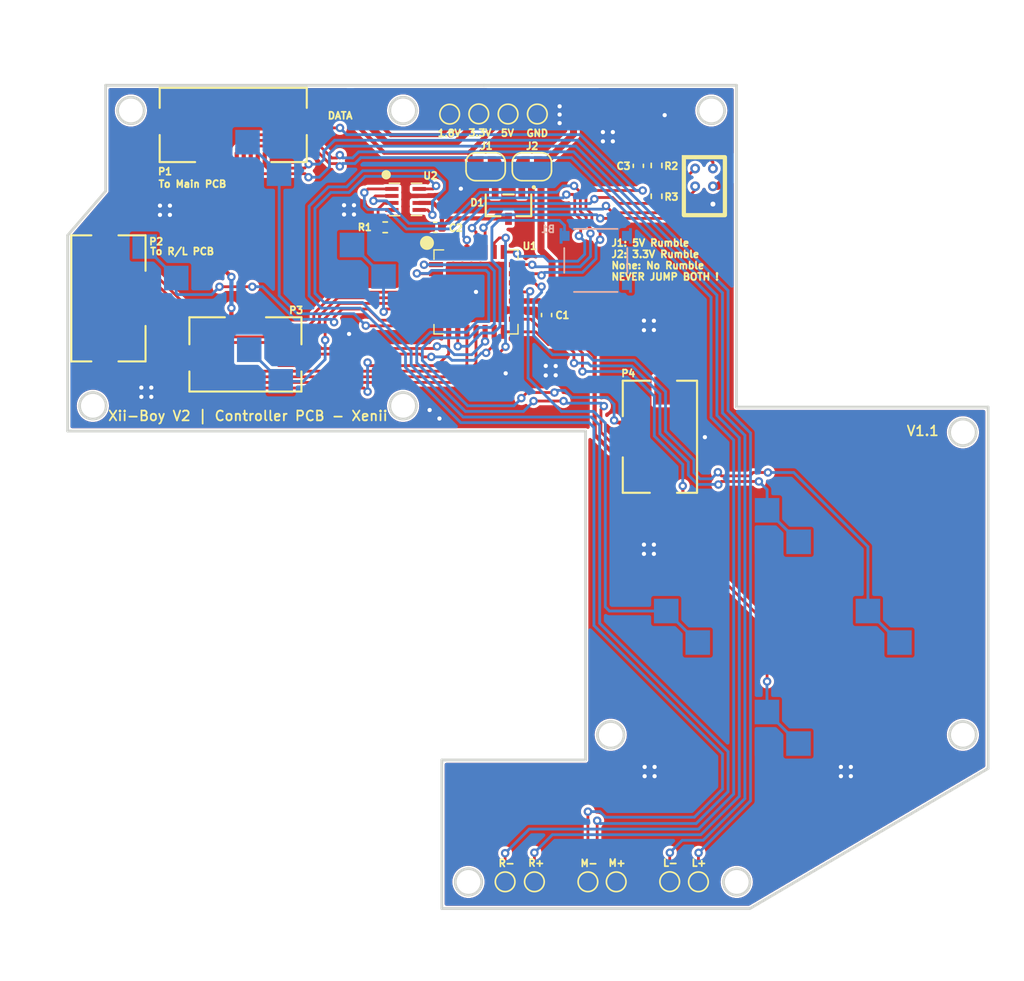
<source format=kicad_pcb>
(kicad_pcb (version 20240108) (generator "pcbnew") (generator_version "8.0")
  (layers (0 "F.Cu" signal) (31 "B.Cu" signal) (34 "B.Paste" user) (35 "F.Paste" user) (36 "B.SilkS" user "B.Silkscreen") (37 "F.SilkS" user "F.Silkscreen") (38 "B.Mask" user) (39 "F.Mask" user) (44 "Edge.Cuts" user))
  (net 0 "")
  (net 1 "Net-(JP1-B)")
  (net 2 "GND")
  (net 3 "+3.3V")
  (net 4 "Net-(C2-Pad1)")
  (net 5 "Net-(U1-AN8{slash}INT1{slash}RB1)")
  (net 6 "Net-(U1-CANTX{slash}TX1{slash}CCP3{slash}RC6)")
  (net 7 "Net-(U1-CANRX{slash}RX1{slash}CCP4{slash}RC7)")
  (net 8 "Net-(U1-AN10{slash}INT0{slash}RB0)")
  (net 9 "Net-(U1-RA5{slash}AN4)")
  (net 10 "Net-(U1-OSC2{slash}CLKOUT)")
  (net 11 "Net-(U1-Vcap)")
  (net 12 "Net-(U1-OSC1{slash}CLKIN)")
  (net 13 "Net-(J3-Pin_1)")
  (net 14 "Net-(J3-Pin_6)")
  (net 15 "Net-(J3-Pin_5)")
  (net 16 "Net-(J3-Pin_4)")
  (net 17 "Net-(J3-Pin_3)")
  (net 18 "Net-(J3-Pin_2)")
  (net 20 "Net-(LEFTSTICK1-Pin_5)")
  (net 21 "Net-(LEFTSTICK1-Pin_2)")
  (net 22 "Net-(U2-OUT+)")
  (net 23 "Net-(U2-OUT-)")
  (net 24 "Net-(PH1-PGC)")
  (net 25 "Net-(PH1-MCLR)")
  (net 26 "Net-(PH1-PGD)")
  (net 27 "Net-(U2-LRA{slash}*ERM)")
  (net 28 "Net-(U1-SOSCI{slash}RC1)")
  (net 29 "Net-(STICK_C1-Pin_2)")
  (net 31 "Net-(STICK_C1-Pin_5)")
  (net 32 "Net-(U1-CANRX{slash}INT3{slash}RB3)")
  (net 33 "Net-(U1-AN9{slash}ECCP1{slash}RB4)")
  (net 35 "+1V8")
  (net 36 "+5V")
  (net 37 "Net-(J1-Pin_4)")
  (net 38 "Net-(J1-Pin_3)")
  (net 39 "Net-(J1-Pin_2)")
  (net 40 "/DATA")
  (net 41 "Net-(J1-Pin_1)")
  (net 42 "Net-(D1-A)")
  (net 43 "Net-(JP2-A)")
  (footprint "TestPoint:TestPoint_Pad_D1.0mm" (layer "F.Cu") (at 142.07 38.12 90)
    (property "Reference" "1.8V1" (hide yes))
    (property "Value" "TestPoint" (hide yes))
  )
  (footprint "Resistor_SMD:R_0402_1005Metric" (layer "F.Cu") (at 156.84 43.98 90)
    (property "Reference" "R2" (hide yes))
    (property "Value" "100 Ohm" (hide yes))
  )
  (footprint "5051100792:CON_5051100792_MOL" (layer "F.Cu") (at 117.71 51.27 -90)
    (property "Reference" "J3" (hide yes))
    (property "Value" "Conn_01x07_Socket" (hide yes))
  )
  (footprint "TestPoint:TestPoint_Pad_D1.0mm" (layer "F.Cu") (at 159.83 92.92)
    (property "Reference" "R+1" (hide yes))
    (property "Value" "TestPoint" (hide yes))
  )
  (footprint "TestPoint:TestPoint_Pad_D1.0mm" (layer "F.Cu") (at 146.24 38.11 90)
    (property "Reference" "5V1" (hide yes))
    (property "Value" "TestPoint" (hide yes))
  )
  (footprint "Jumper:SolderJumper-2_P1.3mm_Open_RoundedPad1.0x1.5mm" (layer "F.Cu") (at 144.64 41.87 180)
    (property "Reference" "JP2" (hide yes))
    (property "Value" "SolderJumper_2_Open" (hide yes))
  )
  (footprint "5051100592:CON_5051100592_MOL" (layer "F.Cu") (at 157.08 61.150001 90)
    (property "Reference" "LEFTSTICK1" (hide yes))
    (property "Value" "Conn_01x05_Socket" (hide yes))
  )
  (footprint "Jumper:SolderJumper-2_P1.3mm_Open_RoundedPad1.0x1.5mm" (layer "F.Cu") (at 147.94 41.87 180)
    (property "Reference" "JP1" (hide yes))
    (property "Value" "SolderJumper_2_Open" (hide yes))
  )
  (footprint "Resistor_SMD:R_0402_1005Metric" (layer "F.Cu") (at 156.84 41.78 90)
    (property "Reference" "R1" (hide yes))
    (property "Value" "10k Ohms" (hide yes))
  )
  (footprint "Resistor_SMD:R_0402_1005Metric" (layer "F.Cu") (at 137.47 46.1975)
    (property "Reference" "R3" (hide yes))
    (property "Value" "10k Ohms" (hide yes))
  )
  (footprint "TestPoint:TestPoint_Pad_D1.0mm" (layer "F.Cu") (at 151.94 92.92)
    (property "Reference" "M-1" (hide yes))
    (property "Value" "TestPoint" (hide yes))
  )
  (footprint "Capacitor_SMD:C_0402_1005Metric" (layer "F.Cu") (at 148.99 52.46 -90)
    (property "Reference" "C1" (hide yes))
    (property "Value" "0.1uF")
  )
  (footprint "TestPoint:TestPoint_Pad_D1.0mm" (layer "F.Cu") (at 157.78 92.91)
    (property "Reference" "R-1" (hide yes))
    (property "Value" "TestPoint" (hide yes))
  )
  (footprint "5051101092:CON_5051101092_MOL" (layer "F.Cu") (at 126.619996 38.889999 180)
    (property "Reference" "J1" (hide yes))
    (property "Value" "Conn_01x10_Socket" (hide yes))
  )
  (footprint "PMEG2005CT_215:SOT_05CT215_NEX-L" (layer "F.Cu") (at 146.27 44.6283 180)
    (property "Reference" "D1" (hide yes))
    (property "Value" "D_Dual_CommonCathode_AAK_Parallel" (hide yes))
  )
  (footprint "programming_header:programmer" (layer "F.Cu") (at 160.23 43.27 -90)
    (property "Reference" "PH1" (hide yes))
    (property "Value" "GC+2_PROGRAMMING_HEADER" (hide yes))
  )
  (footprint "PIC18F2542 (GC+ 2.0):PIC18F2542 (GC+ 2.0)" (layer "F.Cu") (at 143.95 50.81)
    (property "Reference" "U1" (hide yes))
    (property "Value" "PIC18F25K80_IML" (hide yes))
  )
  (footprint "TestPoint:TestPoint_Pad_D1.0mm" (layer "F.Cu") (at 153.96 92.92)
    (property "Reference" "M+1" (hide yes))
    (property "Value" "TestPoint" (hide yes))
  )
  (footprint "DRV2603:RUN10_TEX" (layer "F.Cu") (at 138.92 44.2075)
    (property "Reference" "U2" (hide yes))
    (property "Value" "DRV2603RUNT" (hide yes))
  )
  (footprint "Capacitor_SMD:C_0402_1005Metric" (layer "F.Cu") (at 155.54 41.81 90)
    (property "Reference" "C2" (hide yes))
    (property "Value" "0.1uF" (hide yes))
  )
  (footprint "TestPoint:TestPoint_Pad_D1.0mm" (layer "F.Cu") (at 144.15 38.1 90)
    (property "Reference" "3.3V1" (hide yes))
    (property "Value" "TestPoint" (hide yes))
  )
  (footprint "TestPoint:TestPoint_Pad_D1.0mm" (layer "F.Cu") (at 148.33 38.11)
    (property "Reference" "GND1" (hide yes))
    (property "Value" "TestPoint" (hide yes))
  )
  (footprint "Capacitor_SMD:C_0402_1005Metric" (layer "F.Cu") (at 141.04 46.2)
    (property "Reference" "C3" (hide yes))
    (property "Value" "0.1uF" (hide yes))
  )
  (footprint "TestPoint:TestPoint_Pad_D1.0mm" (layer "F.Cu") (at 148.12 92.92)
    (property "Reference" "L+1" (hide yes))
    (property "Value" "TestPoint" (hide yes))
  )
  (footprint "TestPoint:TestPoint_Pad_D1.0mm" (layer "F.Cu") (at 146.03 92.92)
    (property "Reference" "L-1" (hide yes))
    (property "Value" "TestPoint" (hide yes))
  )
  (footprint "5051100592:CON_5051100592_MOL" (layer "F.Cu") (at 127.490001 55.27)
    (property "Reference" "STICK_C1" (hide yes))
    (property "Value" "Conn_01x05_Socket" (hide yes))
  )
  (footprint "DSL_pad:DSL_Pad" (layer "B.Cu") (at 135.1 54.71 180)
    (property "Reference" "DSL_Pad5" (hide yes))
    (property "Value" "B" (hide yes))
  )
  (footprint "DSL_pad:DSL_Pad" (layer "B.Cu") (at 164.72 88.05 180)
    (property "Reference" "DSL_Pad3" (hide yes))
    (property "Value" "DOWN" (hide yes))
  )
  (footprint "DSL_pad:DSL_Pad" (layer "B.Cu") (at 127.76 62.19 180)
    (property "Reference" "DSL_Pad7" (hide yes))
    (property "Value" "A" (hide yes))
  )
  (footprint "TL3315NF250Q:SW_TL3315NF250Q" (layer "B.Cu") (at 152.5 48.56)
    (property "Reference" "START1" (hide yes))
    (property "Value" "TL3315NF250Q")
  )
  (footprint "DSL_pad:DSL_Pad" (layer "B.Cu") (at 157.53 80.84 180)
    (property "Reference" "DSL_Pad4" (hide yes))
    (property "Value" "RIGHT" (hide yes))
  )
  (footprint "DSL_pad:DSL_Pad" (layer "B.Cu") (at 164.73 73.65 180)
    (property "Reference" "DSL_Pad2" (hide yes))
    (property "Value" "UP" (hide yes))
  )
  (footprint "DSL_pad:DSL_Pad" (layer "B.Cu") (at 171.93 80.84 180)
    (property "Reference" "DSL_Pad1" (hide yes))
    (property "Value" "LEFT" (hide yes))
  )
  (footprint "DSL_pad:DSL_Pad" (layer "B.Cu") (at 127.64 47.37 180)
    (property "Reference" "DSL_Pad6" (hide yes))
    (property "Value" "Y" (hide yes))
  )
  (footprint "DSL_pad:DSL_Pad" (layer "B.Cu") (at 120.3 54.82 180)
    (property "Reference" "DSL_Pad8" (hide yes))
    (property "Value" "X" (hide yes))
  )
  (gr_rect (start 158.79 41.19) (end 161.72 45.33) (stroke (width 0.3)) (fill none) (layer "F.SilkS"))
  (gr_line (start 162.546681 36.056207) (end 144.513007 36.056209) (stroke (width 0.2)) (layer "Edge.Cuts"))
  (gr_circle (center 116.6 58.940764) (end 116.6 57.990764) (stroke (width 0.2)) (fill none) (layer "Edge.Cuts"))
  (gr_line (start 162.546681 59.0323) (end 162.546681 36.056207) (stroke (width 0.2)) (layer "Edge.Cuts"))
  (gr_circle (center 178.710049 82.425341) (end 178.710049 81.475341) (stroke (width 0.2)) (fill none) (layer "Edge.Cuts"))
  (gr_line (start 114.8 60.740764) (end 151.769732 60.740764) (stroke (width 0.2)) (layer "Edge.Cuts"))
  (gr_line (start 141.513007 94.828739) (end 163.506268 94.828739) (stroke (width 0.2)) (layer "Edge.Cuts"))
  (gr_line (start 180.510049 59.0323) (end 162.546681 59.0323) (stroke (width 0.2)) (layer "Edge.Cuts"))
  (gr_circle (center 160.746681 37.856207) (end 160.746681 36.906207) (stroke (width 0.2)) (fill none) (layer "Edge.Cuts"))
  (gr_circle (center 138.746681 58.940764) (end 138.746681 57.990764) (stroke (width 0.2)) (fill none) (layer "Edge.Cuts"))
  (gr_line (start 114.8 46.77) (end 114.8 60.740764) (stroke (width 0.2)) (layer "Edge.Cuts"))
  (gr_line (start 151.769732 84.225341) (end 141.513007 84.225341) (stroke (width 0.2)) (layer "Edge.Cuts"))
  (gr_circle (center 138.746681 37.856207) (end 138.746681 36.906207) (stroke (width 0.2)) (fill none) (layer "Edge.Cuts"))
  (gr_line (start 117.513007 36.056209) (end 117.513007 43.615049) (stroke (width 0.2)) (layer "Edge.Cuts"))
  (gr_line (start 180.510049 84.826515) (end 180.510049 59.0323) (stroke (width 0.2)) (layer "Edge.Cuts"))
  (gr_line (start 151.769732 60.740764) (end 151.769732 84.225341) (stroke (width 0.2)) (layer "Edge.Cuts"))
  (gr_circle (center 119.313007 37.856209) (end 119.313007 36.906209) (stroke (width 0.2)) (fill none) (layer "Edge.Cuts"))
  (gr_circle (center 162.565042 92.928739) (end 162.565042 91.978739) (stroke (width 0.2)) (fill none) (layer "Edge.Cuts"))
  (gr_line (start 141.513007 84.225341) (end 141.513007 94.828739) (stroke (width 0.2)) (layer "Edge.Cuts"))
  (gr_circle (center 143.413007 92.928739) (end 143.413007 91.978739) (stroke (width 0.2)) (fill none) (layer "Edge.Cuts"))
  (gr_circle (center 153.569732 82.425341) (end 153.569732 81.475341) (stroke (width 0.2)) (fill none) (layer "Edge.Cuts"))
  (gr_circle (center 178.710049 60.8323) (end 178.710049 59.8823) (stroke (width 0.2)) (fill none) (layer "Edge.Cuts"))
  (gr_line (start 117.513007 43.615049) (end 114.8 46.77) (stroke (width 0.2)) (layer "Edge.Cuts"))
  (gr_line (start 144.513007 36.056209) (end 117.513007 36.056209) (stroke (width 0.2)) (layer "Edge.Cuts"))
  (gr_line (start 163.506268 94.828739) (end 180.510049 84.826515) (stroke (width 0.2)) (layer "Edge.Cuts"))
  (gr_text "B1" (at 149.66 46.62 0) (layer "B.SilkS") (effects (font (size 0.5 0.5) (thickness 0.125) (bold yes)) (justify left bottom mirror)))
  (gr_text "P1\n" (at 121.18 42.51 0) (layer "F.SilkS") (effects (font (size 0.5 0.5) (thickness 0.125) (bold yes)) (justify left bottom)))
  (gr_text "V1.1" (at 174.63 61.14 0) (layer "F.SilkS") (effects (font (size 0.7 0.7) (thickness 0.125) (bold yes)) (justify left bottom)))
  (gr_text "J2\n" (at 147.45 40.69 0) (layer "F.SilkS") (effects (font (size 0.5 0.5) (thickness 0.125) (bold yes)) (justify left bottom)))
  (gr_text "P3" (at 130.54 52.41 0) (layer "F.SilkS") (effects (font (size 0.5 0.5) (thickness 0.125) (bold yes)) (justify left bottom)))
  (gr_text "R3" (at 157.33 44.32 0) (layer "F.SilkS") (effects (font (size 0.5 0.5) (thickness 0.125) (bold yes)) (justify left bottom)))
  (gr_text "P2" (at 120.55 47.51 0) (layer "F.SilkS") (effects (font (size 0.5 0.5) (thickness 0.125) (bold yes)) (justify left bottom)))
  (gr_text "M-" (at 151.34 91.89 0) (layer "F.SilkS") (effects (font (size 0.5 0.5) (thickness 0.125) (bold yes)) (justify left bottom)))
  (gr_text "5V\n" (at 145.66 39.76 0) (layer "F.SilkS") (effects (font (size 0.5 0.5) (thickness 0.125) (bold yes)) (justify left bottom)))
  (gr_text "R+\n" (at 147.61 91.87 0) (layer "F.SilkS") (effects (font (size 0.5 0.5) (thickness 0.125) (bold yes)) (justify left bottom)))
  (gr_text "M+" (at 153.34 91.87 0) (layer "F.SilkS") (effects (font (size 0.5 0.5) (thickness 0.125) (bold yes)) (justify left bottom)))
  (gr_text "1.8V" (at 141.15 39.77 0) (layer "F.SilkS") (effects (font (size 0.5 0.5) (thickness 0.125) (bold yes)) (justify left bottom)))
  (gr_text "L-" (at 157.23 91.87 0) (layer "F.SilkS") (effects (font (size 0.5 0.5) (thickness 0.125) (bold yes)) (justify left bottom)))
  (gr_text "To R/L PCB" (at 120.63 48.21 0) (layer "F.SilkS") (effects (font (size 0.5 0.5) (thickness 0.125) (bold yes)) (justify left bottom)))
  (gr_text "GND" (at 147.48 39.77 0) (layer "F.SilkS") (effects (font (size 0.5 0.5) (thickness 0.125) (bold yes)) (justify left bottom)))
  (gr_text "R2" (at 157.32 42.12 0) (layer "F.SilkS") (effects (font (size 0.5 0.5) (thickness 0.125) (bold yes)) (justify left bottom)))
  (gr_text "To Main PCB" (at 121.22 43.4 0) (layer "F.SilkS") (effects (font (size 0.5 0.5) (thickness 0.125) (bold yes)) (justify left bottom)))
  (gr_text "R-" (at 145.49 91.89 0) (layer "F.SilkS") (effects (font (size 0.5 0.5) (thickness 0.125) (bold yes)) (justify left bottom)))
  (gr_text "C2" (at 141.94 46.54 0) (layer "F.SilkS") (effects (font (size 0.5 0.5) (thickness 0.125) (bold yes)) (justify left bottom)))
  (gr_text "L+" (at 159.27 91.87 0) (layer "F.SilkS") (effects (font (size 0.5 0.5) (thickness 0.125) (bold yes)) (justify left bottom)))
  (gr_text "J1: 5V Rumble\nJ2: 3.3V Rumble\nNone: No Rumble\nNEVER JUMP BOTH !" (at 153.55 50.02 0) (layer "F.SilkS") (effects (font (size 0.5 0.5) (thickness 0.125) (bold yes)) (justify left bottom)))
  (gr_text "U1" (at 147.21 47.83 0) (layer "F.SilkS") (effects (font (size 0.5 0.5) (thickness 0.125) (bold yes)) (justify left bottom)))
  (gr_text "C1" (at 149.55 52.77 0) (layer "F.SilkS") (effects (font (size 0.5 0.5) (thickness 0.125) (bold yes)) (justify left bottom)))
  (gr_text "3.3V" (at 143.34 39.75 0) (layer "F.SilkS") (effects (font (size 0.5 0.5) (thickness 0.125) (bold yes)) (justify left bottom)))
  (gr_text "P4" (at 154.25 56.92 0) (layer "F.SilkS") (effects (font (size 0.5 0.5) (thickness 0.125) (bold yes)) (justify left bottom)))
  (gr_text "J1" (at 144.19 40.68 0) (layer "F.SilkS") (effects (font (size 0.5 0.5) (thickness 0.125) (bold yes)) (justify left bottom)))
  (gr_text "Xii-Boy V2 | Controller PCB - Xenii\n" (at 117.62 60.07 0) (layer "F.SilkS") (effects (font (size 0.7 0.7) (thickness 0.125) (bold yes)) (justify left bottom)))
  (gr_text "U2" (at 140.12 42.81 0) (layer "F.SilkS") (effects (font (size 0.5 0.5) (thickness 0.125) (bold yes)) (justify left bottom)))
  (gr_text "DATA" (at 133.3 38.52 0) (layer "F.SilkS") (effects (font (size 0.5 0.5) (thickness 0.125) (bold yes)) (justify left bottom)))
  (gr_text "R1" (at 135.44 46.49 0) (layer "F.SilkS") (effects (font (size 0.5 0.5) (thickness 0.125) (bold yes)) (justify left bottom)))
  (gr_text "D1" (at 143.47 44.73 0) (layer "F.SilkS") (effects (font (size 0.5 0.5) (thickness 0.125) (bold yes)) (justify left bottom)))
  (gr_text "C3" (at 153.91 42.12 0) (layer "F.SilkS") (effects (font (size 0.5 0.5) (thickness 0.125) (bold yes)) (justify left bottom)))
  (segment (start 147.29 43.59306) (end 147.21996 43.6631) (width 0.3) (layer "F.Cu") (net 1))
  (segment (start 147.29 41.87) (end 147.29 43.59306) (width 0.3) (layer "F.Cu") (net 1))
  (segment (start 138.9225 46.2) (end 138.92 46.1975) (width 0.3) (layer "F.Cu") (net 2))
  (segment (start 148.113154 52.11) (end 148.943154 52.94) (width 0.3) (layer "F.Cu") (net 2))
  (segment (start 138.92 43.9175) (end 138.96 43.9575) (width 0.3) (layer "F.Cu") (net 2))
  (segment (start 138.92 43.9175) (end 138.92 43.232501) (width 0.3) (layer "F.Cu") (net 2))
  (segment (start 141.1 51.46) (end 143.3 51.46) (width 0.2) (layer "F.Cu") (net 2))
  (segment (start 138.96 43.9575) (end 139.894999 43.9575) (width 0.3) (layer "F.Cu") (net 2))
  (segment (start 148.943154 52.94) (end 148.99 52.94) (width 0.3) (layer "F.Cu") (net 2))
  (segment (start 138.92 46.1975) (end 137.98 46.1975) (width 0.3) (layer "F.Cu") (net 2))
  (segment (start 146.8 52.11) (end 148.113154 52.11) (width 0.3) (layer "F.Cu") (net 2))
  (segment (start 146.8 52.11) (end 145.25 52.11) (width 0.3) (layer "F.Cu") (net 2))
  (segment (start 138.92 45.182499) (end 138.92 46.1975) (width 0.3) (layer "F.Cu") (net 2))
  (segment (start 138.9225 46.2) (end 140.56 46.2) (width 0.3) (layer "F.Cu") (net 2))
  (segment (start 138.92 45.182499) (end 138.92 43.9175) (width 0.3) (layer "F.Cu") (net 2))
  (segment (start 145.25 52.11) (end 143.95 50.81) (width 0.3) (layer "F.Cu") (net 2))
  (segment (start 143.3 51.46) (end 143.95 50.81) (width 0.2) (layer "F.Cu") (net 2))
  (via (at 149.92 38.149997) (size 0.6) (drill 0.3) (layers "F.Cu" "B.Cu") (net 2))
  (via (at 160.29 61.18) (size 0.6) (drill 0.3) (layers "F.Cu" "B.Cu") (net 2))
  (via (at 143.95 50.81) (size 0.6) (drill 0.3) (layers "F.Cu" "B.Cu") (net 2))
  (via (at 135.24 44.62) (size 0.6) (drill 0.3) (layers "F.Cu" "B.Cu") (net 2))
  (via (at 134.53 44.62) (size 0.6) (drill 0.3) (layers "F.Cu" "B.Cu") (net 2))
  (via (at 135.24 45.28) (size 0.6) (drill 0.3) (layers "F.Cu" "B.Cu") (net 2))
  (via (at 153.01 39.4) (size 0.6) (drill 0.3) (layers "F.Cu" "B.Cu") (net 2))
  (via (at 149.64 56.76) (size 0.6) (drill 0.3) (layers "F.Cu" "B.Cu") (net 2))
  (via (at 134.89 53.81) (size 0.6) (drill 0.3) (layers "F.Cu" "B.Cu") (net 2))
  (via (at 170.71 85.38) (size 0.6) (drill 0.3) (layers "F.Cu" "B.Cu") (net 2))
  (via (at 155.94 69.51) (size 0.6) (drill 0.3) (layers "F.Cu" "B.Cu") (net 2))
  (via (at 155.94 52.86) (size 0.6) (drill 0.3) (layers "F.Cu" "B.Cu") (net 2))
  (via (at 141.34 59.85) (size 0.6) (drill 0.3) (layers "F.Cu" "B.Cu") (net 2))
  (via (at 121.39 44.65) (size 0.6) (drill 0.3) (layers "F.Cu" "B.Cu") (net 2))
  (via (at 148.93 56.09) (size 0.6) (drill 0.3) (layers "F.Cu" "B.Cu") (net 2))
  (via (at 146.07 56.62) (size 0.6) (drill 0.3) (layers "F.Cu" "B.Cu") (net 2))
  (via (at 170 84.72) (size 0.6) (drill 0.3) (layers "F.Cu" "B.Cu") (net 2))
  (via (at 149.92 37.56) (size 0.6) (drill 0.3) (layers "F.Cu" "B.Cu") (net 2))
  (via (at 156.65 68.85) (size 0.6) (drill 0.3) (layers "F.Cu" "B.Cu") (net 2))
  (via (at 153.72 39.4) (size 0.6) (drill 0.3) (layers "F.Cu" "B.Cu") (net 2))
  (via (at 120.77 57.64) (size 0.6) (drill 0.3) (layers "F.Cu" "B.Cu") (net 2))
  (via (at 155.94 53.54) (size 0.6) (drill 0.3) (layers "F.Cu" "B.Cu") (net 2))
  (via (at 120.06 57.64) (size 0.6) (drill 0.3) (layers "F.Cu" "B.Cu") (net 2))
  (via (at 156.65 69.51) (size 0.6) (drill 0.3) (layers "F.Cu" "B.Cu") (net 2))
  (via (at 170 85.38) (size 0.6) (drill 0.3) (layers "F.Cu" "B.Cu") (net 2))
  (via (at 140.64 59.24) (size 0.6) (drill 0.3) (layers "F.Cu" "B.Cu") (net 2))
  (via (at 155.99 85.38) (size 0.6) (drill 0.3) (layers "F.Cu" "B.Cu") (net 2))
  (via (at 156.7 84.72) (size 0.6) (drill 0.3) (layers "F.Cu" "B.Cu") (net 2))
  (via (at 148.93 56.77) (size 0.6) (drill 0.3) (layers "F.Cu" "B.Cu") (net 2))
  (via (at 156.65 53.53) (size 0.6) (drill 0.3) (layers "F.Cu" "B.Cu") (net 2))
  (via (at 142.87 43.44) (size 0.6) (drill 0.3) (layers "F.Cu" "B.Cu") (net 2))
  (via (at 157.42 38.19) (size 0.6) (drill 0.3) (layers "F.Cu" "B.Cu") (net 2))
  (via (at 153.01 40.06) (size 0.6) (drill 0.3) (layers "F.Cu" "B.Cu") (net 2))
  (via (at 149.92 38.76) (size 0.6) (drill 0.3) (layers "F.Cu" "B.Cu") (net 2))
  (via (at 149.64 56.1) (size 0.6) (drill 0.3) (layers "F.Cu" "B.Cu") (net 2))
  (via (at 120.77 58.3) (size 0.6) (drill 0.3) (layers "F.Cu" "B.Cu") (net 2))
  (via (at 120.06 58.3) (size 0.6) (drill 0.3) (layers "F.Cu" "B.Cu") (net 2))
  (via (at 134.53 45.28) (size 0.6) (drill 0.3) (layers "F.Cu" "B.Cu") (net 2))
  (via (at 170.71 84.72) (size 0.6) (drill 0.3) (layers "F.Cu" "B.Cu") (net 2))
  (via (at 155.94 68.85) (size 0.6) (drill 0.3) (layers "F.Cu" "B.Cu") (net 2))
  (via (at 122.1 44.65) (size 0.6) (drill 0.3) (layers "F.Cu" "B.Cu") (net 2))
  (via (at 153.72 40.06) (size 0.6) (drill 0.3) (layers "F.Cu" "B.Cu") (net 2))
  (via (at 122.1 45.31) (size 0.6) (drill 0.3) (layers "F.Cu" "B.Cu") (net 2))
  (via (at 156.7 85.38) (size 0.6) (drill 0.3) (layers "F.Cu" "B.Cu") (net 2))
  (via (at 155.99 84.72) (size 0.6) (drill 0.3) (layers "F.Cu" "B.Cu") (net 2))
  (via (at 121.39 45.31) (size 0.6) (drill 0.3) (layers "F.Cu" "B.Cu") (net 2))
  (via (at 156.65 52.87) (size 0.6) (drill 0.3) (layers "F.Cu" "B.Cu") (net 2))
  (segment (start 142.455 40.24) (end 137.63 40.24) (width 0.5) (layer "F.Cu") (net 3))
  (segment (start 124.969995 40.98) (end 124.969995 41.339999) (width 0.5) (layer "F.Cu") (net 3))
  (segment (start 126.49 49.74) (end 125.369996 48.619996) (width 0.3) (layer "F.Cu") (net 3))
  (segment (start 126.49 52.82) (end 126.49 51.96) (width 0.3) (layer "F.Cu") (net 3))
  (segment (start 148.59 47.85) (end 149.38 48.64) (width 0.5) (layer "F.Cu") (net 3))
  (segment (start 125.369996 41.839998) (end 124.869997 41.339999) (width 0.3) (layer "F.Cu") (net 3))
  (segment (start 144.15 38.545) (end 142.455 40.24) (width 0.5) (layer "F.Cu") (net 3))
  (segment (start 125.269995 38.175005) (end 125.269995 40.68) (width 0.5) (layer "F.Cu") (net 3))
  (segment (start 145.073791 36.806209) (end 144.15 37.73) (width 0.5) (layer "F.Cu") (net 3))
  (segment (start 153.559731 62.150002) (end 152.419732 61.010003) (width 0.3) (layer "F.Cu") (net 3))
  (segment (start 134.396209 37.006209) (end 126.438791 37.006209) (width 0.5) (layer "F.Cu") (net 3))
  (segment (start 150.81 53.793604) (end 150.81 52.6) (width 0.3) (layer "F.Cu") (net 3))
  (segment (start 150.91 39.55) (end 148.59 41.87) (width 0.5) (layer "F.Cu") (net 3))
  (segment (start 150.81 52.6) (end 150.19 51.98) (width 0.3) (layer "F.Cu") (net 3))
  (segment (start 125.369996 42.14) (end 125.369996 41.339999) (width 0.3) (layer "F.Cu") (net 3))
  (segment (start 137.63 40.24) (end 134.396209 37.006209) (width 0.5) (layer "F.Cu") (net 3))
  (segment (start 150.19 51.98) (end 148.99 51.98) (width 0.3) (layer "F.Cu") (net 3))
  (segment (start 148.99 51.98) (end 148.47 51.46) (width 0.4) (layer "F.Cu") (net 3))
  (segment (start 152.376209 36.806209) (end 156.84 41.27) (width 0.5) (layer "F.Cu") (net 3))
  (segment (start 160.865 43.27) (end 161.22 43.27) (width 0.5) (layer "F.Cu") (net 3))
  (segment (start 158.14 41.27) (end 156.84 41.27) (width 0.5) (layer "F.Cu") (net 3))
  (segment (start 158.805 40.605) (end 158.14 41.27) (width 0.5) (layer "F.Cu") (net 3))
  (segment (start 161.94 41.42) (end 161.125 40.605) (width 0.5) (layer "F.Cu") (net 3))
  (segment (start 125.369996 42.14) (end 125.369996 41.839998) (width 0.3) (layer "F.Cu") (net 3))
  (segment (start 150.91 36.806209) (end 145.073791 36.806209) (width 0.5) (layer "F.Cu") (net 3))
  (segment (start 125.269995 40.68) (end 124.969995 40.98) (width 0.5) (layer "F.Cu") (net 3))
  (segment (start 126.438791 37.006209) (end 125.269995 38.175005) (width 0.5) (layer "F.Cu") (net 3))
  (segment (start 152.419732 55.403336) (end 150.81 53.793604) (width 0.3) (layer "F.Cu") (net 3))
  (segment (start 148.59 41.87) (end 148.59 47.85) (width 0.5) (layer "F.Cu") (net 3))
  (segment (start 144.15 37.73) (end 144.15 38.1) (width 0.5) (layer "F.Cu") (net 3))
  (segment (start 149.38 51.59) (end 148.99 51.98) (width 0.5) (layer "F.Cu") (net 3))
  (segment (start 125.269995 40.68) (end 125.269995 41.339999) (width 0.5) (layer "F.Cu") (net 3))
  (segment (start 126.49 51.96) (end 126.49 52.08) (width 0.2) (layer "F.Cu") (net 3))
  (segment (start 144.15 38.1) (end 144.15 38.545) (width 0.5) (layer "F.Cu") (net 3))
  (segment (start 161.22 43.27) (end 161.94 42.55) (width 0.5) (layer "F.Cu") (net 3))
  (segment (start 154.63 62.150002) (end 153.559731 62.150002) (width 0.3) (layer "F.Cu") (net 3))
  (segment (start 148.47 51.46) (end 146.8 51.46) (width 0.4) (layer "F.Cu") (net 3))
  (segment (start 150.91 36.806209) (end 152.376209 36.806209) (width 0.5) (layer "F.Cu") (net 3))
  (segment (start 152.419732 61.010003) (end 152.419732 55.403336) (width 0.3) (layer "F.Cu") (net 3))
  (segment (start 150.91 36.806209) (end 150.91 39.55) (width 0.5) (layer "F.Cu") (net 3))
  (segment (start 125.369996 48.619996) (end 125.369996 42.14) (width 0.3) (layer "F.Cu") (net 3))
  (segment (start 149.38 48.64) (end 149.38 51.59) (width 0.5) (layer "F.Cu") (net 3))
  (segment (start 161.94 42.55) (end 161.94 41.42) (width 0.5) (layer "F.Cu") (net 3))
  (segment (start 161.125 40.605) (end 158.805 40.605) (width 0.5) (layer "F.Cu") (net 3))
  (via (at 126.49 51.96) (size 0.6) (drill 0.3) (layers "F.Cu" "B.Cu") (net 3))
  (via (at 126.49 49.74) (size 0.6) (drill 0.3) (layers "F.Cu" "B.Cu") (net 3))
  (segment (start 126.49 51.96) (end 126.49 49.74) (width 0.3) (layer "B.Cu") (net 3))
  (segment (start 155.54 42.29) (end 156.84 42.29) (width 0.2) (layer "F.Cu") (net 4))
  (segment (start 156.84 43.47) (end 156.84 42.29) (width 0.2) (layer "F.Cu") (net 4))
  (segment (start 161.21 63.68) (end 161.27 63.74) (width 0.2) (layer "F.Cu") (net 5))
  (segment (start 164.79 63.7) (end 163.74 63.7) (width 0.2) (layer "F.Cu") (net 5))
  (segment (start 148.131474 50.16) (end 148.401474 50.43) (width 0.2) (layer "F.Cu") (net 5))
  (segment (start 163.5 63.94) (end 161.47 63.94) (width 0.2) (layer "F.Cu") (net 5))
  (segment (start 163.74 63.7) (end 163.5 63.94) (width 0.2) (layer "F.Cu") (net 5))
  (segment (start 161.22 63.69) (end 161.22 63.68) (width 0.2) (layer "F.Cu") (net 5))
  (segment (start 148.401474 50.43) (end 148.63 50.43) (width 0.2) (layer "F.Cu") (net 5))
  (segment (start 161.47 63.94) (end 161.22 63.69) (width 0.2) (layer "F.Cu") (net 5))
  (segment (start 148.131474 50.16) (end 146.8 50.16) (width 0.2) (layer "F.Cu") (net 5))
  (segment (start 161.22 63.68) (end 161.21 63.68) (width 0.2) (layer "F.Cu") (net 5))
  (via (at 148.63 50.43) (size 0.6) (drill 0.3) (layers "F.Cu" "B.Cu") (net 5))
  (via (at 164.79 63.7) (size 0.6) (drill 0.3) (layers "F.Cu" "B.Cu") (net 5))
  (via (at 161.22 63.68) (size 0.6) (drill 0.3) (layers "F.Cu" "B.Cu") (net 5))
  (segment (start 157.48 60.764315) (end 157.755685 61.04) (width 0.2) (layer "B.Cu") (net 5))
  (segment (start 159.28 62.564315) (end 159.51 62.794315) (width 0.2) (layer "B.Cu") (net 5))
  (segment (start 159.28 62.564314) (end 159.28 62.564315) (width 0.2) (layer "B.Cu") (net 5))
  (segment (start 149.420002 55.290002) (end 151.915688 55.290002) (width 0.2) (layer "B.Cu") (net 5))
  (segment (start 148.07 51.4) (end 148.07 53.94) (width 0.2) (layer "B.Cu") (net 5))
  (segment (start 148.07 53.94) (end 149.420002 55.290002) (width 0.2) (layer "B.Cu") (net 5))
  (segment (start 171.93 73.59) (end 174.18 75.84) (width 0.2) (layer "B.Cu") (net 5))
  (segment (start 159.51 62.794315) (end 159.51 63.714314) (width 0.2) (layer "B.Cu") (net 5))
  (segment (start 157.48 57.928628) (end 157.48 60.764315) (width 0.2) (layer "B.Cu") (net 5))
  (segment (start 159.945686 64.15) (end 160.75 64.15) (width 0.2) (layer "B.Cu") (net 5))
  (segment (start 159.51 63.714314) (end 159.945686 64.15) (width 0.2) (layer "B.Cu") (net 5))
  (segment (start 151.915688 55.290002) (end 152.315686 55.69) (width 0.2) (layer "B.Cu") (net 5))
  (segment (start 171.93 69) (end 171.93 73.59) (width 0.2) (layer "B.Cu") (net 5))
  (segment (start 155.241372 55.69) (end 157.48 57.928628) (width 0.2) (layer "B.Cu") (net 5))
  (segment (start 148.63 50.84) (end 148.07 51.4) (width 0.2) (layer "B.Cu") (net 5))
  (segment (start 160.75 64.15) (end 161.22 63.68) (width 0.2) (layer "B.Cu") (net 5))
  (segment (start 148.63 50.40173) (end 148.63 50.43) (width 0.2) (layer "B.Cu") (net 5))
  (segment (start 148.63 50.43) (end 148.63 50.84) (width 0.2) (layer "B.Cu") (net 5))
  (segment (start 164.79 63.7) (end 166.63 63.7) (width 0.2) (layer "B.Cu") (net 5))
  (segment (start 152.315686 55.69) (end 155.241372 55.69) (width 0.2) (layer "B.Cu") (net 5))
  (segment (start 157.755685 61.04) (end 159.28 62.564314) (width 0.2) (layer "B.Cu") (net 5))
  (segment (start 166.63 63.7) (end 171.93 69) (width 0.2) (layer "B.Cu") (net 5))
  (segment (start 150.95 55.890002) (end 150.94 55.880002) (width 0.2) (layer "F.Cu") (net 6))
  (segment (start 150.94 55.880002) (end 150.94 55.125686) (width 0.2) (layer "F.Cu") (net 6))
  (segment (start 149.10818 54.56) (end 148.20818 53.66) (width 0.2) (layer "F.Cu") (net 6))
  (segment (start 161.47 64.34) (end 161.25 64.56) (width 0.2) (layer "F.Cu") (net 6))
  (segment (start 148.20818 53.66) (end 145.9 53.66) (width 0.2) (layer "F.Cu") (net 6))
  (segment (start 150.94 55.125686) (end 150.374314 54.56) (width 0.2) (layer "F.Cu") (net 6))
  (segment (start 164.145 64.34) (end 161.47 64.34) (width 0.2) (layer "F.Cu") (net 6))
  (segment (start 150.374314 54.56) (end 149.10818 54.56) (width 0.2) (layer "F.Cu") (net 6))
  (via (at 164.145 64.34) (size 0.6) (drill 0.3) (layers "F.Cu" "B.Cu") (net 6))
  (via (at 150.95 55.890002) (size 0.6) (drill 0.3) (layers "F.Cu" "B.Cu") (net 6))
  (via (at 161.25 64.56) (size 0.6) (drill 0.3) (layers "F.Cu" "B.Cu") (net 6))
  (segment (start 159.11 63.88) (end 159.48 64.25) (width 0.2) (layer "B.Cu") (net 6))
  (segment (start 157.08 60.93) (end 158.88 62.73) (width 0.2) (layer "B.Cu") (net 6))
  (segment (start 159.78 64.55) (end 161.21 64.55) (width 0.2) (layer "B.Cu") (net 6))
  (segment (start 161.25 64.56) (end 161.23 64.55) (width 0.2) (layer "B.Cu") (net 6))
  (segment (start 158.88 62.73) (end 159.11 62.96) (width 0.2) (layer "B.Cu") (net 6))
  (segment (start 151.950002 55.890002) (end 152.15 56.09) (width 0.2) (layer "B.Cu") (net 6))
  (segment (start 161.21 64.55) (end 161.25 64.56) (width 0.2) (layer "B.Cu") (net 6))
  (segment (start 164.73 66.4) (end 166.98 68.65) (width 0.2) (layer "B.Cu") (net 6))
  (segment (start 164.73 64.925) (end 164.145 64.34) (width 0.2) (layer "B.Cu") (net 6))
  (segment (start 159.48 64.25) (end 159.78 64.55) (width 0.2) (layer "B.Cu") (net 6))
  (segment (start 150.95 55.890002) (end 151.950002 55.890002) (width 0.2) (layer "B.Cu") (net 6))
  (segment (start 157.08 60.6) (end 157.08 60.93) (width 0.2) (layer "B.Cu") (net 6))
  (segment (start 164.145 64.34) (end 164.365 64.56) (width 0.2) (layer "B.Cu") (net 6))
  (segment (start 164.73 66.4) (end 164.73 64.925) (width 0.2) (layer "B.Cu") (net 6))
  (segment (start 157.08 58.094314) (end 157.08 60.6) (width 0.2) (layer "B.Cu") (net 6))
  (segment (start 159.11 62.96) (end 159.11 63.291372) (width 0.2) (layer "B.Cu") (net 6))
  (segment (start 152.15 56.09) (end 155.075686 56.09) (width 0.2) (layer "B.Cu") (net 6))
  (segment (start 159.11 63.291372) (end 159.11 63.88) (width 0.2) (layer "B.Cu") (net 6))
  (segment (start 155.075686 56.09) (end 157.08 58.094314) (width 0.2) (layer "B.Cu") (net 6))
  (segment (start 161.23 64.55) (end 161.22 64.55) (width 0.2) (layer "B.Cu") (net 6))
  (segment (start 150.54 54.16) (end 151.55 55.17) (width 0.2) (layer "F.Cu") (net 7))
  (segment (start 164.73 74.54) (end 158.73 68.54) (width 0.2) (layer "F.Cu") (net 7))
  (segment (start 158.71 68.52) (end 158.73 68.54) (width 0.2) (layer "F.Cu") (net 7))
  (segment (start 146.8 52.76) (end 147.873866 52.76) (width 0.2) (layer "F.Cu") (net 7))
  (segment (start 158.73 64.68) (end 158.71 64.66) (width 0.2) (layer "F.Cu") (net 7))
  (segment (start 158.71 64.66) (end 158.71 68.52) (width 0.2) (layer "F.Cu") (net 7))
  (segment (start 149.273866 54.16) (end 150.54 54.16) (width 0.2) (layer "F.Cu") (net 7))
  (segment (start 151.55 55.17) (end 151.55 56.49) (width 0.2) (layer "F.Cu") (net 7))
  (segment (start 147.873866 52.76) (end 149.273866 54.16) (width 0.2) (layer "F.Cu") (net 7))
  (segment (start 158.73 68.54) (end 158.73 64.68) (width 0.2) (layer "F.Cu") (net 7))
  (segment (start 151.55 56.49) (end 151.55 56.48) (width 0.2) (layer "F.Cu") (net 7))
  (segment (start 164.73 78.62) (end 164.73 74.54) (width 0.2) (layer "F.Cu") (net 7))
  (via (at 164.73 78.62) (size 0.6) (drill 0.3) (layers "F.Cu" "B.Cu") (net 7))
  (via (at 158.71 64.66) (size 0.6) (drill 0.3) (layers "F.Cu" "B.Cu") (net 7))
  (via (at 151.55 56.49) (size 0.6) (drill 0.3) (layers "F.Cu" "B.Cu") (net 7))
  (segment (start 156.68 61.095686) (end 156.68 58.26) (width 0.2) (layer "B.Cu") (net 7))
  (segment (start 156.68 58.26) (end 154.91 56.49) (width 0.2) (layer "B.Cu") (net 7))
  (segment (start 164.73 78.62) (end 164.72 78.61) (width 0.2) (layer "B.Cu") (net 7))
  (segment (start 164.72 78.63) (end 164.73 78.62) (width 0.2) (layer "B.Cu") (net 7))
  (segment (start 164.72 80.8) (end 166.97 83.05) (width 0.2) (layer "B.Cu") (net 7))
  (segment (start 164.72 78.61) (end 164.72 78.6) (width 0.2) (layer "B.Cu") (net 7))
  (segment (start 158.71 63.125686) (end 156.68 61.095686) (width 0.2) (layer "B.Cu") (net 7))
  (segment (start 158.71 64.66) (end 158.71 63.125686) (width 0.2) (layer "B.Cu") (net 7))
  (segment (start 154.91 56.49) (end 151.55 56.49) (width 0.2) (layer "B.Cu") (net 7))
  (segment (start 164.72 80.8) (end 164.72 78.63) (width 0.2) (layer "B.Cu") (net 7))
  (segment (start 147.8 50.76) (end 147.81 50.76) (width 0.2) (layer "F.Cu") (net 8))
  (segment (start 147.8 50.76) (end 147.8 50.76) (width 0.2) (layer "F.Cu") (net 8))
  (segment (start 147.75 50.81) (end 146.8 50.81) (width 0.2) (layer "F.Cu") (net 8))
  (segment (start 147.81 50.76) (end 147.81 50.75) (width 0.2) (layer "F.Cu") (net 8))
  (segment (start 147.8 50.76) (end 147.75 50.81) (width 0.2) (layer "F.Cu") (net 8))
  (segment (start 147.81 50.75) (end 147.77 50.79) (width 0.2) (layer "F.Cu") (net 8))
  (via (at 147.81 50.76) (size 0.6) (drill 0.3) (layers "F.Cu" "B.Cu") (net 8))
  (segment (start 153.475686 73.59) (end 157.53 73.59) (width 0.2) (layer "B.Cu") (net 8))
  (segment (start 147.67 56.960764) (end 150.05 59.340764) (width 0.2) (layer "B.Cu") (net 8))
  (segment (start 153.18 73.294314) (end 153.18 60.171132) (width 0.2) (layer "B.Cu") (net 8))
  (segment (start 153.18 60.171132) (end 152.349632 59.340764) (width 0.2) (layer "B.Cu") (net 8))
  (segment (start 153.18 73.294314) (end 153.475686 73.59) (width 0.2) (layer "B.Cu") (net 8))
  (segment (start 150.05 59.340764) (end 152.03 59.340764) (width 0.2) (layer "B.Cu") (net 8))
  (segment (start 157.53 73.59) (end 159.78 75.84) (width 0.2) (layer "B.Cu") (net 8))
  (segment (start 152.349632 59.340764) (end 151.92 59.340764) (width 0.2) (layer "B.Cu") (net 8))
  (segment (start 147.67 50.89) (end 147.67 56.960764) (width 0.2) (layer "B.Cu") (net 8))
  (segment (start 147.8 50.76) (end 147.67 50.89) (width 0.2) (layer "B.Cu") (net 8))
  (segment (start 139.011372 52.03) (end 140.231372 50.81) (width 0.2) (layer "F.Cu") (net 9))
  (segment (start 137.56 52.03) (end 139.011372 52.03) (width 0.2) (layer "F.Cu") (net 9))
  (segment (start 137.36 52.23) (end 137.56 52.03) (width 0.2) (layer "F.Cu") (net 9))
  (segment (start 140.231372 50.81) (end 141.1 50.81) (width 0.2) (layer "F.Cu") (net 9))
  (via (at 137.36 52.23) (size 0.6) (drill 0.3) (layers "F.Cu" "B.Cu") (net 9))
  (segment (start 137.35 49.71) (end 137.35 52.22) (width 0.2) (layer "B.Cu") (net 9))
  (segment (start 137.35 49.71) (end 135.1 47.46) (width 0.2) (layer "B.Cu") (net 9))
  (segment (start 137.35 52.22) (end 137.36 52.23) (width 0.2) (layer "B.Cu") (net 9))
  (segment (start 141.1 52.76) (end 139.412744 52.76) (width 0.2) (layer "F.Cu") (net 10))
  (segment (start 139.412744 52.76) (end 138.942744 53.23) (width 0.2) (layer "F.Cu") (net 10))
  (segment (start 136.097256 53.23) (end 136.083627 53.216371) (width 0.2) (layer "F.Cu") (net 10))
  (segment (start 138.942744 53.23) (end 136.097256 53.23) (width 0.2) (layer "F.Cu") (net 10))
  (via (at 136.083627 53.216371) (size 0.6) (drill 0.3) (layers "F.Cu" "B.Cu") (net 10))
  (segment (start 131.067842 52.242157) (end 129.9 51.074315) (width 0.2) (layer "B.Cu") (net 10))
  (segment (start 129.9 51.074315) (end 129.9 42.38) (width 0.2) (layer "B.Cu") (net 10))
  (segment (start 131.067843 52.242157) (end 131.067842 52.242157) (width 0.2) (layer "B.Cu") (net 10))
  (segment (start 127.64 40.12) (end 129.89 42.37) (width 0.2) (layer "B.Cu") (net 10))
  (segment (start 136.083627 53.216371) (end 135.237256 52.37) (width 0.2) (layer "B.Cu") (net 10))
  (segment (start 129.9 42.38) (end 129.89 42.37) (width 0.2) (layer "B.Cu") (net 10))
  (segment (start 131.195686 52.37) (end 131.067843 52.242157) (width 0.2) (layer "B.Cu") (net 10))
  (segment (start 135.237256 52.37) (end 131.195686 52.37) (width 0.2) (layer "B.Cu") (net 10))
  (segment (start 141.1 50.16) (end 140.315686 50.16) (width 0.2) (layer "F.Cu") (net 11))
  (segment (start 140.315686 50.16) (end 138.845686 51.63) (width 0.2) (layer "F.Cu") (net 11))
  (segment (start 138.845686 51.63) (end 134.24 51.63) (width 0.2) (layer "F.Cu") (net 11))
  (segment (start 133.18 54.245787) (end 133.182234 54.248021) (width 0.2) (layer "F.Cu") (net 11))
  (segment (start 134.24 51.63) (end 133.18 52.69) (width 0.2) (layer "F.Cu") (net 11))
  (segment (start 133.18 52.69) (end 133.18 54.245787) (width 0.2) (layer "F.Cu") (net 11))
  (via (at 133.182234 54.248021) (size 0.6) (drill 0.3) (layers "F.Cu" "B.Cu") (net 11))
  (segment (start 133.182234 54.248021) (end 133.182234 55.62708) (width 0.2) (layer "B.Cu") (net 11))
  (segment (start 131.619314 57.19) (end 130.01 57.19) (width 0.2) (layer "B.Cu") (net 11))
  (segment (start 133.182234 55.62708) (end 131.619314 57.19) (width 0.2) (layer "B.Cu") (net 11))
  (segment (start 130.01 57.19) (end 127.76 54.94) (width 0.2) (layer "B.Cu") (net 11))
  (segment (start 133.82 52.615686) (end 133.82 52.97) (width 0.2) (layer "F.Cu") (net 12))
  (segment (start 127.98 50.44) (end 127.99 50.44) (width 0.2) (layer "F.Cu") (net 12))
  (segment (start 134.405686 52.03) (end 133.82 52.615686) (width 0.2) (layer "F.Cu") (net 12))
  (segment (start 133.82 52.97) (end 133.82 52.93) (width 0.2) (layer "F.Cu") (net 12))
  (segment (start 125.639265 50.440735) (end 125.64 50.44) (width 0.2) (layer "F.Cu") (net 12))
  (segment (start 125.64 50.44) (end 127.98 50.44) (width 0.2) (layer "F.Cu") (net 12))
  (segment (start 136.27 52.03) (end 134.405686 52.03) (width 0.2) (layer "F.Cu") (net 12))
  (segment (start 137.07 52.83) (end 136.27 52.03) (width 0.2) (layer "F.Cu") (net 12))
  (segment (start 138.777058 52.83) (end 137.07 52.83) (width 0.2) (layer "F.Cu") (net 12))
  (segment (start 139.497058 52.11) (end 138.777058 52.83) (width 0.2) (layer "F.Cu") (net 12))
  (segment (start 141.1 52.11) (end 139.497058 52.11) (width 0.2) (layer "F.Cu") (net 12))
  (via (at 133.82 52.97) (size 0.6) (drill 0.3) (layers "F.Cu" "B.Cu") (net 12))
  (via (at 127.98 50.44) (size 0.6) (drill 0.3) (layers "F.Cu" "B.Cu") (net 12))
  (via (at 125.639265 50.440735) (size 0.6) (drill 0.3) (layers "F.Cu" "B.Cu") (net 12))
  (segment (start 130.902157 52.642157) (end 130.902156 52.642157) (width 0.2) (layer "B.Cu") (net 12))
  (segment (start 122.55 49.82) (end 120.3 47.57) (width 0.2) (layer "B.Cu") (net 12))
  (segment (start 125.081806 50.998194) (end 122.653194 50.998194) (width 0.2) (layer "B.Cu") (net 12))
  (segment (start 122.55 50.895) (end 122.55 49.82) (width 0.2) (layer "B.Cu") (net 12))
  (segment (start 133.62 52.77) (end 131.03 52.77) (width 0.2) (layer "B.Cu") (net 12))
  (segment (start 128.37 50.44) (end 127.97 50.44) (width 0.2) (layer "B.Cu") (net 12))
  (segment (start 128.699999 50.44) (end 128.37 50.44) (width 0.2) (layer "B.Cu") (net 12))
  (segment (start 130.902156 52.642157) (end 128.699999 50.44) (width 0.2) (layer "B.Cu") (net 12))
  (segment (start 133.82 52.97) (end 133.62 52.77) (width 0.2) (layer "B.Cu") (net 12))
  (segment (start 125.639265 50.440735) (end 125.081806 50.998194) (width 0.2) (layer "B.Cu") (net 12))
  (segment (start 131.03 52.77) (end 130.902157 52.642157) (width 0.2) (layer "B.Cu") (net 12))
  (segment (start 122.653194 50.998194) (end 122.55 50.895) (width 0.2) (layer "B.Cu") (net 12))
  (segment (start 123.782843 53.577157) (end 123.782843 52.314415) (width 0.2) (layer "F.Cu") (net 13))
  (segment (start 140.991979 54.848021) (end 132.933705 54.848021) (width 0.2) (layer "F.Cu") (net 13))
  (segment (start 144.6 54.343782) (end 144.600001 54.343781) (width 0.2) (layer "F.Cu") (net 13))
  (segment (start 141.15 54.69) (end 140.991979 54.848021) (width 0.2) (layer "F.Cu") (net 13))
  (segment (start 144.600001 54.343781) (end 144.6 54.34378) (width 0.2) (layer "F.Cu") (net 13))
  (segment (start 144.6 54.34378) (end 144.6 53.66) (width 0.2) (layer "F.Cu") (net 13))
  (segment (start 121.238428 49.77) (end 120.16 49.77) (width 0.2) (layer "F.Cu") (net 13))
  (segment (start 132.933705 54.848021) (end 132.105684 54.02) (width 0.2) (layer "F.Cu") (net 13))
  (segment (start 123.782843 52.314415) (end 121.238428 49.77) (width 0.2) (layer "F.Cu") (net 13))
  (segment (start 132.105684 54.02) (end 124.225686 54.02) (width 0.2) (layer "F.Cu") (net 13))
  (segment (start 124.225686 54.02) (end 123.782843 53.577157) (width 0.2) (layer "F.Cu") (net 13))
  (via (at 144.600001 54.343781) (size 0.6) (drill 0.3) (layers "F.Cu" "B.Cu") (net 13))
  (via (at 141.17 54.7) (size 0.6) (drill 0.3) (layers "F.Cu" "B.Cu") (net 13))
  (segment (start 142.401471 55.29) (end 143.653782 55.29) (width 0.2) (layer "B.Cu") (net 13))
  (segment (start 143.653782 55.29) (end 144.600001 54.343781) (width 0.2) (layer "B.Cu") (net 13))
  (segment (start 141.18 54.69) (end 141.801471 54.69) (width 0.2) (layer "B.Cu") (net 13))
  (segment (start 141.16 54.69) (end 141.17 54.7) (width 0.2) (layer "B.Cu") (net 13))
  (segment (start 141.15 54.69) (end 141.16 54.69) (width 0.2) (layer "B.Cu") (net 13))
  (segment (start 141.801471 54.69) (end 142.401471 55.29) (width 0.2) (layer "B.Cu") (net 13))
  (segment (start 141.17 54.7) (end 141.18 54.69) (width 0.2) (layer "B.Cu") (net 13))
  (segment (start 142 55.24) (end 141.170001 56.069999) (width 0.2) (layer "F.Cu") (net 14))
  (segment (start 136.389999 56.069999) (end 136.21 55.89) (width 0.2) (layer "F.Cu") (net 14))
  (segment (start 136.17 55.85) (end 136.2 55.88) (width 0.2) (layer "F.Cu") (net 14))
  (segment (start 137.34 56.069999) (end 136.389999 56.069999) (width 0.2) (layer "F.Cu") (net 14))
  (segment (start 142 53.66) (end 142 55.24) (width 0.2) (layer "F.Cu") (net 14))
  (segment (start 121.684314 56.961369) (end 121.684314 53.044314) (width 0.2) (layer "F.Cu") (net 14))
  (segment (start 122.392944 57.669999) (end 121.684314 56.961369) (width 0.2) (layer "F.Cu") (net 14))
  (segment (start 141.170001 56.069999) (end 137.34 56.069999) (width 0.2) (layer "F.Cu") (net 14))
  (segment (start 120.910001 52.270001) (end 120.16 52.270001) (width 0.2) (layer "F.Cu") (net 14))
  (segment (start 136.21 55.89) (end 136.21 55.85) (width 0.2) (layer "F.Cu") (net 14))
  (segment (start 135.949999 57.669999) (end 122.392944 57.669999) (width 0.2) (layer "F.Cu") (net 14))
  (segment (start 136.21 55.85) (end 136.17 55.85) (width 0.2) (layer "F.Cu") (net 14))
  (segment (start 121.684314 53.044314) (end 120.910001 52.270001) (width 0.2) (layer "F.Cu") (net 14))
  (segment (start 136.21 57.93) (end 135.949999 57.669999) (width 0.2) (layer "F.Cu") (net 14))
  (via (at 136.21 55.85) (size 0.6) (drill 0.3) (layers "F.Cu" "B.Cu") (net 14))
  (via (at 136.21 57.93) (size 0.6) (drill 0.3) (layers "F.Cu" "B.Cu") (net 14))
  (segment (start 136.21 57.869999) (end 136.21 57.93) (width 0.2) (layer "B.Cu") (net 14))
  (segment (start 136.21 57.93) (end 136.21 55.85) (width 0.2) (layer "B.Cu") (net 14))
  (segment (start 145.625 46.95) (end 146.07 46.95) (width 0.2) (layer "F.Cu") (net 15))
  (segment (start 146.059434 54.720167) (end 143.509602 57.269999) (width 0.2) (layer "F.Cu") (net 15))
  (segment (start 122.55863 57.269999) (end 122.084314 56.795683) (width 0.2) (layer "F.Cu") (net 15))
  (segment (start 122.084314 52.878628) (end 120.975685 51.769999) (width 0.2) (layer "F.Cu") (net 15))
  (segment (start 145.25 47.96) (end 145.25 47.325) (width 0.2) (layer "F.Cu") (net 15))
  (segment (start 122.084314 56.795683) (end 122.084314 52.878628) (width 0.2) (layer "F.Cu") (net 15))
  (segment (start 120.975685 51.769999) (end 120.16 51.769999) (width 0.2) (layer "F.Cu") (net 15))
  (segment (start 143.509602 57.269999) (end 122.55863 57.269999) (width 0.2) (layer "F.Cu") (net 15))
  (segment (start 145.25 47.325) (end 145.625 46.95) (width 0.2) (layer "F.Cu") (net 15))
  (via (at 146.07 46.95) (size 0.6) (drill 0.3) (layers "F.Cu" "B.Cu") (net 15))
  (via (at 146.059434 54.720167) (size 0.6) (drill 0.3) (layers "F.Cu" "B.Cu") (net 15))
  (segment (start 146.13 46.95) (end 146.059434 47.020566) (width 0.2) (layer "B.Cu") (net 15))
  (segment (start 146.07 46.95) (end 146.13 46.95) (width 0.2) (layer "B.Cu") (net 15))
  (segment (start 146.06 47.02) (end 146.07 47.01) (width 0.2) (layer "B.Cu") (net 15))
  (segment (start 146.07 47.01) (end 146.07 46.95) (width 0.2) (layer "B.Cu") (net 15))
  (segment (start 146.059434 54.720167) (end 146.059434 47.020566) (width 0.2) (layer "B.Cu") (net 15))
  (segment (start 142.995687 56.869999) (end 122.724317 56.869999) (width 0.2) (layer "F.Cu") (net 16))
  (segment (start 122.724317 56.869999) (end 122.490002 56.635685) (width 0.2) (layer "F.Cu") (net 16))
  (segment (start 122.490002 52.718631) (end 121.041371 51.27) (width 0.2) (layer "F.Cu") (net 16))
  (segment (start 143.95 55.915686) (end 142.995687 56.869999) (width 0.2) (layer "F.Cu") (net 16))
  (segment (start 143.95 55.915686) (end 143.95 53.66) (width 0.2) (layer "F.Cu") (net 16))
  (segment (start 122.490002 56.635685) (end 122.490002 52.718631) (width 0.2) (layer "F.Cu") (net 16))
  (segment (start 121.041371 51.27) (end 120.16 51.27) (width 0.2) (layer "F.Cu") (net 16))
  (segment (start 122.890002 52.552945) (end 121.107058 50.770001) (width 0.2) (layer "F.Cu") (net 17))
  (segment (start 143.3 56) (end 142.830001 56.469999) (width 0.2) (layer "F.Cu") (net 17))
  (segment (start 142.830001 56.469999) (end 122.890002 56.469999) (width 0.2) (layer "F.Cu") (net 17))
  (segment (start 143.3 53.66) (end 143.3 56) (width 0.2) (layer "F.Cu") (net 17))
  (segment (start 122.890002 56.469999) (end 122.890002 52.552945) (width 0.2) (layer "F.Cu") (net 17))
  (segment (start 121.107058 50.770001) (end 120.16 50.770001) (width 0.2) (layer "F.Cu") (net 17))
  (segment (start 145.25 54.58) (end 144.67 55.16) (width 0.2) (layer "F.Cu") (net 18))
  (segment (start 132.768019 55.248021) (end 131.939998 54.42) (width 0.2) (layer "F.Cu") (net 18))
  (segment (start 140.158021 55.448021) (end 139.958021 55.248021) (width 0.2) (layer "F.Cu") (net 18))
  (segment (start 145.25 53.66) (end 145.25 54.58) (width 0.2) (layer "F.Cu") (net 18))
  (segment (start 139.958021 55.248021) (end 132.768019 55.248021) (width 0.2) (layer "F.Cu") (net 18))
  (segment (start 121.172742 50.269999) (end 120.16 50.269999) (width 0.2) (layer "F.Cu") (net 18))
  (segment (start 123.290002 52.387259) (end 121.172742 50.269999) (width 0.2) (layer "F.Cu") (net 18))
  (segment (start 140.76 55.448021) (end 140.158021 55.448021) (width 0.2) (layer "F.Cu") (net 18))
  (segment (start 123.290002 53.650002) (end 123.290002 52.387259) (width 0.2) (layer "F.Cu") (net 18))
  (segment (start 124.06 54.42) (end 123.290002 53.650002) (width 0.2) (layer "F.Cu") (net 18))
  (segment (start 131.939998 54.42) (end 124.06 54.42) (width 0.2) (layer "F.Cu") (net 18))
  (via (at 144.67 55.16) (size 0.6) (drill 0.3) (layers "F.Cu" "B.Cu") (net 18))
  (via (at 140.76 55.448021) (size 0.6) (drill 0.3) (layers "F.Cu" "B.Cu") (net 18))
  (segment (start 144.632311 55.159734) (end 144.67 55.16) (width 0.2) (layer "B.Cu") (net 18))
  (segment (start 144.349468 55.16) (end 143.819468 55.69) (width 0.2) (layer "B.Cu") (net 18))
  (segment (start 141.988021 55.448021) (end 140.76 55.448021) (width 0.2) (layer "B.Cu") (net 18))
  (segment (start 143.819468 55.69) (end 142.23 55.69) (width 0.2) (layer "B.Cu") (net 18))
  (segment (start 144.632843 55.159734) (end 144.632577 55.159734) (width 0.2) (layer "B.Cu") (net 18))
  (segment (start 144.67 55.16) (end 144.632843 55.159734) (width 0.2) (layer "B.Cu") (net 18))
  (segment (start 144.67 55.16) (end 144.349468 55.16) (width 0.2) (layer "B.Cu") (net 18))
  (segment (start 142.23 55.69) (end 141.988021 55.448021) (width 0.2) (layer "B.Cu") (net 18))
  (segment (start 149.550005 57.992239) (end 147.587761 57.992239) (width 0.2) (layer "F.Cu") (net 20))
  (segment (start 153.98 60.15) (end 154.63 60.15) (width 0.2) (layer "F.Cu") (net 20))
  (segment (start 140.28 48.86) (end 140.29 48.86) (width 0.2) (layer "F.Cu") (net 20))
  (segment (start 140.3 48.86) (end 140.24 48.87) (width 0.2) (layer "F.Cu") (net 20))
  (segment (start 153.81 59.98) (end 153.98 60.15) (width 0.2) (layer "F.Cu") (net 20))
  (segment (start 147.587761 57.992239) (end 147.19 58.39) (width 0.2) (layer "F.Cu") (net 20))
  (segment (start 140.24 48.87) (end 140.28 48.86) (width 0.2) (layer "F.Cu") (net 20))
  (segment (start 141.1 48.86) (end 140.3 48.86) (width 0.2) (layer "F.Cu") (net 20))
  (via (at 140.24 48.87) (size 0.6) (drill 0.3) (layers "F.Cu" "B.Cu") (net 20))
  (via (at 149.550005 57.992239) (size 0.6) (drill 0.3) (layers "F.Cu" "B.Cu") (net 20))
  (via (at 153.81 59.98) (size 0.6) (drill 0.3) (layers "F.Cu" "B.Cu") (net 20))
  (via (at 147.19 58.39) (size 0.6) (drill 0.3) (layers "F.Cu" "B.Cu") (net 20))
  (segment (start 147.21 58.39) (end 147.18 58.42) (width 0.2) (layer "B.Cu") (net 20))
  (segment (start 145.259434 53.090566) (end 145.259434 49.309434) (width 0.2) (layer "B.Cu") (net 20))
  (segment (start 147.19 58.39) (end 147.21 58.39) (width 0.2) (layer "B.Cu") (net 20))
  (segment (start 153.81 58.832503) (end 153.81 59.98) (width 0.2) (layer "B.Cu") (net 20))
  (segment (start 146.66 58.94) (end 143.36 58.94) (width 0.2) (layer "B.Cu") (net 20))
  (segment (start 147.19 58.41) (end 146.66 58.94) (width 0.2) (layer "B.Cu") (net 20))
  (segment (start 149.702244 57.84) (end 149.75 57.84) (width 0.2) (layer "B.Cu") (net 20))
  (segment (start 145.259434 49.309434) (end 144.82 48.87) (width 0.2) (layer "B.Cu") (net 20))
  (segment (start 153.318261 58.340764) (end 153.81 58.832503) (width 0.2) (layer "B.Cu") (net 20))
  (segment (start 140.861471 54.09) (end 143.439567 54.09) (width 0.2) (layer "B.Cu") (net 20))
  (segment (start 149.702244 57.84) (end 150.288529 57.84) (width 0.2) (layer "B.Cu") (net 20))
  (segment (start 140.12 54.831471) (end 140.861471 54.09) (width 0.2) (layer "B.Cu") (net 20))
  (segment (start 140.12 55.7) (end 140.12 54.831471) (width 0.2) (layer "B.Cu") (net 20))
  (segment (start 150.789293 58.340764) (end 153.318261 58.340764) (width 0.2) (layer "B.Cu") (net 20))
  (segment (start 145.006219 53.343781) (end 145.259434 53.090566) (width 0.2) (layer "B.Cu") (net 20))
  (segment (start 150.288529 57.84) (end 150.789293 58.340764) (width 0.2) (layer "B.Cu") (net 20))
  (segment (start 144.185786 53.343781) (end 145.006219 53.343781) (width 0.2) (layer "B.Cu") (net 20))
  (segment (start 143.439567 54.09) (end 144.185786 53.343781) (width 0.2) (layer "B.Cu") (net 20))
  (segment (start 147.19 58.39) (end 147.19 58.41) (width 0.2) (layer "B.Cu") (net 20))
  (segment (start 149.550005 57.992239) (end 149.702244 57.84) (width 0.2) (layer "B.Cu") (net 20))
  (segment (start 144.82 48.87) (end 140.24 48.87) (width 0.2) (layer "B.Cu") (net 20))
  (segment (start 143.36 58.94) (end 140.12 55.7) (width 0.2) (layer "B.Cu") (net 20))
  (segment (start 153.069732 58.949732) (end 153.08 58.96) (width 0.2) (layer "F.Cu") (net 21))
  (segment (start 153.08 58.96) (end 153.069732 58.970268) (width 0.2) (layer "F.Cu") (net 21))
  (segment (start 153.069732 58.940764) (end 153.070496 58.94) (width 0.2) (layer "F.Cu") (net 21))
  (segment (start 153.069732 58.940764) (end 153.069732 58.949732) (width 0.2) (layer "F.Cu") (net 21))
  (segment (start 153.069732 59.000268) (end 152.869732 59.200268) (width 0.2) (layer "F.Cu") (net 21))
  (segment (start 150.2 58.6) (end 148.06 58.6) (width 0.2) (layer "F.Cu") (net 21))
  (segment (start 153.696125 61.65) (end 154.63 61.65) (width 0.2) (layer "F.Cu") (net 21))
  (segment (start 139.75 49.51) (end 139.73 49.49) (width 0.2) (layer "F.Cu") (net 21))
  (segment (start 141.1 49.51) (end 139.75 49.51) (width 0.2) (layer "F.Cu") (net 21))
  (segment (start 152.869732 59.200268) (end 152.869732 60.823607) (width 0.2) (layer "F.Cu") (net 21))
  (segment (start 152.869732 60.823607) (end 153.696125 61.65) (width 0.2) (layer "F.Cu") (net 21))
  (segment (start 153.069732 58.970268) (end 153.069732 59.000268) (width 0.2) (layer "F.Cu") (net 21))
  (via (at 148.06 58.6) (size 0.6) (drill 0.3) (layers "F.Cu" "B.Cu") (net 21))
  (via (at 150.2 58.6) (size 0.6) (drill 0.3) (layers "F.Cu" "B.Cu") (net 21))
  (via (at 139.73 49.49) (size 0.6) (drill 0.3) (layers "F.Cu" "B.Cu") (net 21))
  (via (at 153.08 58.96) (size 0.6) (drill 0.3) (layers "F.Cu" "B.Cu") (net 21))
  (segment (start 148.06 58.6) (end 148.06 58.62) (width 0.2) (layer "B.Cu") (net 21))
  (segment (start 150.18 58.6) (end 150.19 58.61) (width 0.2) (layer "B.Cu") (net 21))
  (segment (start 144.654314 49.27) (end 140.79 49.27) (width 0.2) (layer "B.Cu") (net 21))
  (segment (start 150.2 58.6) (end 150.18 58.6) (width 0.2) (layer "B.Cu") (net 21))
  (segment (start 153.069732 58.940764) (end 152.878968 58.75) (width 0.2) (layer "B.Cu") (net 21))
  (segment (start 143.194314 59.34) (end 139.72 55.865686) (width 0.2) (layer "B.Cu") (net 21))
  (segment (start 144.859434 49.47512) (end 144.654314 49.27) (width 0.2) (layer "B.Cu") (net 21))
  (segment (start 139.720001 54.665785) (end 140.695786 53.69) (width 0.2) (layer "B.Cu") (net 21))
  (segment (start 140.57 49.49) (end 139.73 49.49) (width 0.2) (layer "B.Cu") (net 21))
  (segment (start 143.273882 53.69) (end 144.039002 52.92488) (width 0.2) (layer "B.Cu") (net 21))
  (segment (start 144.039002 52.92488) (end 144.859434 52.92488) (width 0.2) (layer "B.Cu") (net 21))
  (segment (start 148.06 58.6) (end 148.08 58.6) (width 0.2) (layer "B.Cu") (net 21))
  (segment (start 147.34 59.34) (end 143.194314 59.34) (width 0.2) (layer "B.Cu") (net 21))
  (segment (start 148.06 58.62) (end 147.34 59.34) (width 0.2) (layer "B.Cu") (net 21))
  (segment (start 144.859434 52.92488) (end 144.859434 49.47512) (width 0.2) (layer "B.Cu") (net 21))
  (segment (start 148.08 58.6) (end 148.04 58.64) (width 0.2) (layer "B.Cu") (net 21))
  (segment (start 150.35 58.75) (end 150.2 58.6) (width 0.2) (layer "B.Cu") (net 21))
  (segment (start 139.72 54.665785) (end 139.720001 54.665785) (width 0.2) (layer "B.Cu") (net 21))
  (segment (start 152.878968 58.75) (end 150.35 58.75) (width 0.2) (layer "B.Cu") (net 21))
  (segment (start 140.695786 53.69) (end 143.273882 53.69) (width 0.2) (layer "B.Cu") (net 21))
  (segment (start 139.72 55.865686) (end 139.72 54.665785) (width 0.2) (layer "B.Cu") (net 21))
  (segment (start 140.79 49.27) (end 140.57 49.49) (width 0.2) (layer "B.Cu") (net 21))
  (segment (start 152.6 91.56) (end 153.96 92.92) (width 0.2) (layer "F.Cu") (net 22))
  (segment (start 139.894999 43.457499) (end 140.882501 43.457499) (width 0.2) (layer "F.Cu") (net 22))
  (segment (start 141.1 43.24) (end 141.08 43.26) (width 0.2) (layer "F.Cu") (net 22))
  (segment (start 152.6 88.557157) (end 152.6 91.56) (width 0.2) (layer "F.Cu") (net 22))
  (segment (start 140.882501 43.457499) (end 141.1 43.24) (width 0.2) (layer "F.Cu") (net 22))
  (via (at 152.6 88.557157) (size 0.6) (drill 0.3) (layers "F.Cu" "B.Cu") (net 22))
  (via (at 141.1 43.24) (size 0.6) (drill 0.3) (layers "F.Cu" "B.Cu") (net 22))
  (segment (start 132.45 50.91) (end 132.45 44.85) (width 0.2) (layer "B.Cu") (net 22))
  (segment (start 159.670099 88.757157) (end 161.945 86.482256) (width 0.2) (layer "B.Cu") (net 22))
  (segment (start 143.029392 59.740764) (end 139.32 56.031372) (width 0.2) (layer "B.Cu") (net 22))
  (segment (start 133.59 43.71) (end 134.881472 43.71) (width 0.2) (layer "B.Cu") (net 22))
  (segment (start 132.45 44.85) (end 133.59 43.71) (width 0.2) (layer "B.Cu") (net 22))
  (segment (start 152.183946 59.740764) (end 143.029392 59.740764) (width 0.2) (layer "B.Cu") (net 22))
  (segment (start 152.78 60.336818) (end 152.183946 59.740764) (width 0.2) (layer "B.Cu") (net 22))
  (segment (start 139.32 55.038529) (end 135.851471 51.57) (width 0.2) (layer "B.Cu") (net 22))
  (segment (start 136.031471 42.56) (end 140.42 42.56) (width 0.2) (layer "B.Cu") (net 22))
  (segment (start 161.945 83.629314) (end 152.78 74.464314) (width 0.2) (layer "B.Cu") (net 22))
  (segment (start 139.32 56.031372) (end 139.32 55.038529) (width 0.2) (layer "B.Cu") (net 22))
  (segment (start 135.851471 51.57) (end 133.11 51.57) (width 0.2) (layer "B.Cu") (net 22))
  (segment (start 133.11 51.57) (end 132.45 50.91) (width 0.2) (layer "B.Cu") (net 22))
  (segment (start 152.78 74.464314) (end 152.78 60.336818) (width 0.2) (layer "B.Cu") (net 22))
  (segment (start 152.8 88.757157) (end 159.670099 88.757157) (width 0.2) (layer "B.Cu") (net 22))
  (segment (start 161.945 86.482256) (end 161.945 83.629314) (width 0.2) (layer "B.Cu") (net 22))
  (segment (start 152.6 88.557157) (end 152.8 88.757157) (width 0.2) (layer "B.Cu") (net 22))
  (segment (start 140.42 42.56) (end 141.1 43.24) (width 0.2) (layer "B.Cu") (net 22))
  (segment (start 134.881472 43.71) (end 136.031471 42.56) (width 0.2) (layer "B.Cu") (net 22))
  (segment (start 140.84 45.31) (end 140.82 45.29) (width 0.2) (layer "F.Cu") (net 23))
  (segment (start 151.94 87.91) (end 151.94 92.92) (width 0.2) (layer "F.Cu") (net 23))
  (segment (start 139.894999 44.957501) (end 140.487501 44.957501) (width 0.2) (layer "F.Cu") (net 23))
  (segment (start 140.487501 44.957501) (end 140.84 45.31) (width 0.2) (layer "F.Cu") (net 23))
  (via (at 140.84 45.31) (size 0.6) (drill 0.3) (layers "F.Cu" "B.Cu") (net 23))
  (via (at 151.94 87.91) (size 0.6) (drill 0.3) (layers "F.Cu" "B.Cu") (net 23))
  (segment (start 132.04 51.09) (end 132.92 51.97) (width 0.2) (layer "B.Cu") (net 23))
  (segment (start 134.715786 43.31) (end 133.42 43.31) (width 0.2) (layer "B.Cu") (net 23))
  (segment (start 152.369732 60.492236) (end 152.369732 74.619732) (width 0.2) (layer "B.Cu") (net 23))
  (segment (start 135.685785 51.97) (end 138.92 55.204215) (width 0.2) (layer "B.Cu") (net 23))
  (segment (start 141.7 42.98) (end 140.88 42.16) (width 0.2) (layer "B.Cu") (net 23))
  (segment (start 140.84 45.31) (end 140.84 44.348529) (width 0.2) (layer "B.Cu") (net 23))
  (segment (start 152.01826 60.140764) (end 152.369732 60.492236) (width 0.2) (layer "B.Cu") (net 23))
  (segment (start 132.04 44.69) (end 132.04 51.09) (width 0.2) (layer "B.Cu") (net 23))
  (segment (start 135.865785 42.16) (end 134.715786 43.31) (width 0.2) (layer "B.Cu") (net 23))
  (segment (start 133.42 43.31) (end 132.04 44.69) (width 0.2) (layer "B.Cu") (net 23))
  (segment (start 161.545 83.795) (end 161.545 86.305) (width 0.2) (layer "B.Cu") (net 23))
  (segment (start 159.541372 88.308628) (end 153.2 88.308628) (width 0.2) (layer "B.Cu") (net 23))
  (segment (start 142.863706 60.140764) (end 152.01826 60.140764) (width 0.2) (layer "B.Cu") (net 23))
  (segment (start 132.92 51.97) (end 135.685785 51.97) (width 0.2) (layer "B.Cu") (net 23))
  (segment (start 138.92 55.204215) (end 138.92 56.197058) (width 0.2) (layer "B.Cu") (net 23))
  (segment (start 152.369732 74.619732) (end 161.545 83.795) (width 0.2) (layer "B.Cu") (net 23))
  (segment (start 138.92 56.197058) (end 142.863706 60.140764) (width 0.2) (layer "B.Cu") (net 23))
  (segment (start 152.801372 87.91) (end 151.94 87.91) (width 0.2) (layer "B.Cu") (net 23))
  (segment (start 161.545 86.305) (end 159.541372 88.308628) (width 0.2) (layer "B.Cu") (net 23))
  (segment (start 153.2 88.308628) (end 152.801372 87.91) (width 0.2) (layer "B.Cu") (net 23))
  (segment (start 140.88 42.16) (end 135.865785 42.16) (width 0.2) (layer "B.Cu") (net 23))
  (segment (start 140.84 44.348529) (end 141.7 43.488529) (width 0.2) (layer "B.Cu") (net 23))
  (segment (start 141.7 43.488529) (end 141.7 42.98) (width 0.2) (layer "B.Cu") (net 23))
  (segment (start 144.48531 46.227632) (end 144.6 46.342322) (width 0.2) (layer "F.Cu") (net 24))
  (segment (start 159.595 43.545) (end 159.595 43.27) (width 0.2) (layer "F.Cu") (net 24))
  (segment (start 157.58 45.56) (end 152.82 45.56) (width 0.2) (layer "F.Cu") (net 24))
  (segment (start 144.48531 46.227632) (end 144.48531 46.32531) (width 0.2) (layer "F.Cu") (net 24))
  (segment (start 157.58 45.56) (end 159.595 43.545) (width 0.2) (layer "F.Cu") (net 24))
  (segment (start 144.6 46.342322) (end 144.6 47.96) (width 0.2) (layer "F.Cu") (net 24))
  (segment (start 144.48531 46.32531) (end 144.57 46.41) (width 0.2) (layer "F.Cu") (net 24))
  (via (at 144.48531 46.227632) (size 0.6) (drill 0.3) (layers "F.Cu" "B.Cu") (net 24))
  (via (at 152.82 45.56) (size 0.6) (drill 0.3) (layers "F.Cu" "B.Cu") (net 24))
  (segment (start 144.48531 46.227632) (end 145.412942 45.3) (width 0.2) (layer "B.Cu") (net 24))
  (segment (start 145.412942 45.3) (end 152.56 45.3) (width 0.2) (layer "B.Cu") (net 24))
  (segment (start 152.56 45.3) (end 152.82 45.56) (width 0.2) (layer "B.Cu") (net 24))
  (segment (start 152.82 45.56) (end 152.81 45.55) (width 0.2) (layer "B.Cu") (net 24))
  (segment (start 143.3 47.96) (end 143.3 47.1) (width 0.2) (layer "F.Cu") (net 25))
  (segment (start 159.195 41.155) (end 160.475 41.155) (width 0.2) (layer "F.Cu") (net 25))
  (segment (start 158.264314 43.744314) (end 158.264314 42.085686) (width 0.2) (layer "F.Cu") (net 25))
  (segment (start 154.12 44.49) (end 156.84 44.49) (width 0.2) (layer "F.Cu") (net 25))
  (segment (start 160.475 41.155) (end 160.865 41.545) (width 0.2) (layer "F.Cu") (net 25))
  (segment (start 156.84 44.49) (end 157.518628 44.49) (width 0.2) (layer "F.Cu") (net 25))
  (segment (start 152.51 44.07) (end 153.7 44.07) (width 0.2) (layer "F.Cu") (net 25))
  (segment (start 158.264314 42.085686) (end 159.195 41.155) (width 0.2) (layer "F.Cu") (net 25))
  (segment (start 152.4 44.18) (end 152.51 44.07) (width 0.2) (layer "F.Cu") (net 25))
  (segment (start 157.518628 44.49) (end 158.264314 43.744314) (width 0.2) (layer "F.Cu") (net 25))
  (segment (start 153.7 44.07) (end 154.12 44.49) (width 0.2) (layer "F.Cu") (net 25))
  (segment (start 160.865 41.545) (end 160.865 42) (width 0.2) (layer "F.Cu") (net 25))
  (segment (start 143.3 47.1) (end 143.3 47.12) (width 0.2) (layer "F.Cu") (net 25))
  (via (at 143.3 47.1) (size 0.6) (drill 0.3) (layers "F.Cu" "B.Cu") (net 25))
  (via (at 152.4 44.18) (size 0.6) (drill 0.3) (layers "F.Cu" "B.Cu") (net 25))
  (segment (start 152.39 44.2) (end 152.4 44.19) (width 0.2) (layer "B.Cu") (net 25))
  (segment (start 152.4 44.19) (end 152.4 44.18) (width 0.2) (layer "B.Cu") (net 25))
  (segment (start 152.4 44.18) (end 152.41 44.18) (width 0.2) (layer "B.Cu") (net 25))
  (segment (start 143.067081 46.003867) (end 143.067081 46.867081) (width 0.2) (layer "B.Cu") (net 25))
  (segment (start 143.067081 46.867081) (end 143.3 47.1) (width 0.2) (layer "B.Cu") (net 25))
  (segment (start 144.570948 44.5) (end 143.067081 46.003867) (width 0.2) (layer "B.Cu") (net 25))
  (segment (start 152.41 44.18) (end 152.09 44.5) (width 0.2) (layer "B.Cu") (net 25))
  (segment (start 152.09 44.5) (end 144.570948 44.5) (width 0.2) (layer "B.Cu") (net 25))
  (segment (start 143.95 46.540851) (end 143.95 47.96) (width 0.2) (layer "F.Cu") (net 26))
  (segment (start 143.65 46.240851) (end 143.65 46.24) (width 0.2) (layer "F.Cu") (net 26))
  (segment (start 143.661545 46.252396) (end 143.65 46.240851) (width 0.2) (layer "F.Cu") (net 26))
  (segment (start 158.665 43.909314) (end 158.665 42.93) (width 0.2) (layer "F.Cu") (net 26))
  (segment (start 157.414314 45.16) (end 158.665 43.909314) (width 0.2) (layer "F.Cu") (net 26))
  (segment (start 158.665 42.93) (end 159.595 42) (width 0.2) (layer "F.Cu") (net 26))
  (segment (start 143.667081 46.252396) (end 143.661545 46.252396) (width 0.2) (layer "F.Cu") (net 26))
  (segment (start 153.23 44.67) (end 153.72 45.16) (width 0.2) (layer "F.Cu") (net 26))
  (segment (start 153.72 45.16) (end 157.414314 45.16) (width 0.2) (layer "F.Cu") (net 26))
  (segment (start 143.667081 46.257932) (end 143.95 46.540851) (width 0.2) (layer "F.Cu") (net 26))
  (segment (start 143.667081 46.252396) (end 143.667081 46.257932) (width 0.2) (layer "F.Cu") (net 26))
  (via (at 153.23 44.67) (size 0.6) (drill 0.3) (layers "F.Cu" "B.Cu") (net 26))
  (via (at 143.667081 46.252396) (size 0.6) (drill 0.3) (layers "F.Cu" "B.Cu") (net 26))
  (segment (start 143.667081 46.252396) (end 143.667081 46.197332) (width 0.2) (layer "B.Cu") (net 26))
  (segment (start 153.02 44.9) (end 153.23 44.69) (width 0.2) (layer "B.Cu") (net 26))
  (segment (start 153.23 44.67) (end 153.25 44.67) (width 0.2) (layer "B.Cu") (net 26))
  (segment (start 153.23 44.69) (end 153.23 44.67) (width 0.2) (layer "B.Cu") (net 26))
  (segment (start 150.25 44.9) (end 153.02 44.9) (width 0.2) (layer "B.Cu") (net 26))
  (segment (start 153.25 44.67) (end 153.16 44.76) (width 0.2) (layer "B.Cu") (net 26))
  (segment (start 143.667081 46.197332) (end 144.964413 44.9) (width 0.2) (layer "B.Cu") (net 26))
  (segment (start 144.964413 44.9) (end 150.25 44.9) (width 0.2) (layer "B.Cu") (net 26))
  (segment (start 136.96 44.899239) (end 136.96 46.1975) (width 0.2) (layer "F.Cu") (net 27))
  (segment (start 137.401739 44.4575) (end 136.96 44.899239) (width 0.2) (layer "F.Cu") (net 27))
  (segment (start 137.945001 44.4575) (end 137.401739 44.4575) (width 0.2) (layer "F.Cu") (net 27))
  (segment (start 142.65 54.69) (end 142.61 54.69) (width 0.2) (layer "F.Cu") (net 28))
  (segment (start 142.65 54.65) (end 142.65 54.65) (width 0.2) (layer "F.Cu") (net 28))
  (segment (start 142.65 53.66) (end 142.65 54.69) (width 0.2) (layer "F.Cu") (net 28))
  (segment (start 142.61 54.69) (end 142.64 54.66) (width 0.2) (layer "F.Cu") (net 28))
  (via (at 142.65 54.69) (size 0.6) (drill 0.3) (layers "F.Cu" "B.Cu") (net 28))
  (segment (start 145.08531 46.193318) (end 145.578628 45.7) (width 0.2) (layer "B.Cu") (net 28))
  (segment (start 145.205653 53.743781) (end 145.659434 53.29) (width 0.2) (layer "B.Cu") (net 28))
  (segment (start 150.27 46.06) (end 150.27 46.81) (width 0.2) (layer "B.Cu") (net 28))
  (segment (start 142.65 54.69) (end 143.405253 54.69) (width 0.2) (layer "B.Cu") (net 28))
  (segment (start 145.08531 48.569625) (end 145.08531 46.193318) (width 0.2) (layer "B.Cu") (net 28))
  (segment (start 144.351472 53.743781) (end 145.205653 53.743781) (width 0.2) (layer "B.Cu") (net 28))
  (segment (start 145.659434 49.143748) (end 145.425119 48.909434) (width 0.2) (layer "B.Cu") (net 28))
  (segment (start 145.659434 53.29) (end 145.659434 49.143748) (width 0.2) (layer "B.Cu") (net 28))
  (segment (start 145.425119 48.909434) (end 145.08531 48.569625) (width 0.2) (layer "B.Cu") (net 28))
  (segment (start 145.578628 45.7) (end 149.91 45.7) (width 0.2) (layer "B.Cu") (net 28))
  (segment (start 143.405253 54.69) (end 144.351472 53.743781) (width 0.2) (layer "B.Cu") (net 28))
  (segment (start 149.91 45.7) (end 150.27 46.06) (width 0.2) (layer "B.Cu") (net 28))
  (segment (start 138.68 51.23) (end 134.074314 51.23) (width 0.2) (layer "F.Cu") (net 29))
  (segment (start 132.78 52.524314) (end 132.78 53.01) (width 0.2) (layer "F.Cu") (net 29))
  (segment (start 142 47.26) (end 141.95 47.21) (width 0.2) (layer "F.Cu") (net 29))
  (segment (start 141.95 47.21) (end 141.01 47.21) (width 0.2) (layer "F.Cu") (net 29))
  (segment (start 142 47.96) (end 142 47.26) (width 0.2) (layer "F.Cu") (net 29))
  (segment (start 139.13 49.09) (end 139.13 50.78) (width 0.2) (layer "F.Cu") (net 29))
  (segment (start 127.040001 53.62) (end 126.990002 53.570001) (width 0.2) (layer "F.Cu") (net 29))
  (segment (start 141.01 47.21) (end 139.13 49.09) (width 0.2) (layer "F.Cu") (net 29))
  (segment (start 126.990002 53.570001) (end 126.990002 52.82) (width 0.2) (layer "F.Cu") (net 29))
  (segment (start 139.13 50.78) (end 138.68 51.23) (width 0.2) (layer "F.Cu") (net 29))
  (segment (start 134.074314 51.23) (end 132.78 52.524314) (width 0.2) (layer "F.Cu") (net 29))
  (segment (start 132.17 53.62) (end 127.040001 53.62) (width 0.2) (layer "F.Cu") (net 29))
  (segment (start 132.78 53.01) (end 132.17 53.62) (width 0.2) (layer "F.Cu") (net 29))
  (segment (start 138.51 50.83) (end 138.73 50.61) (width 0.2) (layer "F.Cu") (net 31))
  (segment (start 138.73 50.61) (end 138.73 48.924314) (width 0.2) (layer "F.Cu") (net 31))
  (segment (start 128.66 53.22) (end 132.004314 53.22) (width 0.2) (layer "F.Cu") (net 31))
  (segment (start 142.2 46.81) (end 142.65 47.26) (width 0.2) (layer "F.Cu") (net 31))
  (segment (start 132.372157 52.852157) (end 132.372157 52.366472) (width 0.2) (layer "F.Cu") (net 31))
  (segment (start 142.65 47.26) (end 142.65 47.96) (width 0.2) (layer "F.Cu") (net 31))
  (segment (start 140.844314 46.81) (end 142.2 46.81) (width 0.2) (layer "F.Cu") (net 31))
  (segment (start 128.490002 52.82) (end 128.490002 53.050002) (width 0.2) (layer "F.Cu") (net 31))
  (segment (start 138.73 48.924314) (end 140.844314 46.81) (width 0.2) (layer "F.Cu") (net 31))
  (segment (start 132.372157 52.366472) (end 133.908629 50.83) (width 0.2) (layer "F.Cu") (net 31))
  (segment (start 133.908629 50.83) (end 138.51 50.83) (width 0.2) (layer "F.Cu") (net 31))
  (segment (start 128.490002 53.050002) (end 128.66 53.22) (width 0.2) (layer "F.Cu") (net 31))
  (segment (start 132.004314 53.22) (end 132.372157 52.852157) (width 0.2) (layer "F.Cu") (net 31))
  (segment (start 151.82 45.974215) (end 151.82 45.47) (width 0.2) (layer "F.Cu") (net 32))
  (segment (start 136.63 44.1) (end 136.63 44.31) (width 0.2) (layer "F.Cu") (net 32))
  (segment (start 136.7725 43.9575) (end 136.63 44.1) (width 0.2) (layer "F.Cu") (net 32))
  (segment (start 151.4 45.05) (end 151.4 44.14) (width 0.2) (layer "F.Cu") (net 32))
  (segment (start 137.945001 43.9575) (end 136.7725 43.9575) (width 0.2) (layer "F.Cu") (net 32))
  (segment (start 151.4 43.69) (end 150.95 43.24) (width 0.2) (layer "F.Cu") (net 32))
  (segment (start 150.95 43.24) (end 150.97 43.26) (width 0.2) (layer "F.Cu") (net 32))
  (segment (start 147.96 48.87) (end 147.95 48.86) (width 0.2) (layer "F.Cu") (net 32))
  (segment (start 152.12 46.64) (end 152.12 46.274215) (width 0.2) (layer "F.Cu") (net 32))
  (segment (start 147.95 48.86) (end 146.8 48.86) (width 0.2) (layer "F.Cu") (net 32))
  (segment (start 151.4 44.14) (end 151.4 43.69) (width 0.2) (layer "F.Cu") (net 32))
  (segment (start 152.12 46.274215) (end 151.82 45.974215) (width 0.2) (layer "F.Cu") (net 32))
  (segment (start 151.82 45.47) (end 151.4 45.05) (width 0.2) (layer "F.Cu") (net 32))
  (via (at 150.95 43.24) (size 0.6) (drill 0.3) (layers "F.Cu" "B.Cu") (net 32))
  (via (at 136.63 44.31) (size 0.6) (drill 0.3) (layers "F.Cu" "B.Cu") (net 32))
  (via (at 152.12 46.64) (size 0.6) (drill 0.3) (layers "F.Cu" "B.Cu") (net 32))
  (via (at 147.96 48.87) (size 0.6) (drill 0.3) (layers "F.Cu" "B.Cu") (net 32))
  (segment (start 149.71 43.7) (end 144.239576 43.7) (width 0.2) (layer "B.Cu") (net 32))
  (segment (start 147.93 48.87) (end 147.96 48.87) (width 0.2) (layer "B.Cu") (net 32))
  (segment (start 150.95 43.24) (end 150.17 43.24) (width 0.2) (layer "B.Cu") (net 32))
  (segment (start 152.12 46.64) (end 152.12 46.65) (width 0.2) (layer "B.Cu") (net 32))
  (segment (start 147.93 48.87) (end 147.93 48.87) (width 0.2) (layer "B.Cu") (net 32))
  (segment (start 151.379251 49.016435) (end 152.12 48.275686) (width 0.2) (layer "B.Cu") (net 32))
  (segment (start 148.076435 49.016435) (end 151.379251 49.016435) (width 0.2) (layer "B.Cu") (net 32))
  (segment (start 147.96 48.9) (end 148.076435 49.016435) (width 0.2) (layer "B.Cu") (net 32))
  (segment (start 137.56 44.31) (end 136.63 44.31) (width 0.2) (layer "B.Cu") (net 32))
  (segment (start 150.17 43.24) (end 149.71 43.7) (width 0.2) (layer "B.Cu") (net 32))
  (segment (start 139.16 45.91) (end 137.56 44.31) (width 0.2) (layer "B.Cu") (net 32))
  (segment (start 152.12 48.275686) (end 152.12 46.64) (width 0.2) (layer "B.Cu") (net 32))
  (segment (start 144.239576 43.7) (end 142.029576 45.91) (width 0.2) (layer "B.Cu") (net 32))
  (segment (start 142.029576 45.91) (end 139.16 45.91) (width 0.2) (layer "B.Cu") (net 32))
  (segment (start 147.96 48.87) (end 147.96 48.9) (width 0.2) (layer "B.Cu") (net 32))
  (segment (start 150.875685 43.85) (end 151 43.974315) (width 0.2) (layer "F.Cu") (net 33))
  (segment (start 146.88 48.08) (end 146.88 48.1) (width 0.2) (layer "F.Cu") (net 33))
  (segment (start 151 45.215686) (end 151.42 45.635686) (width 0.2) (layer "F.Cu") (net 33))
  (segment (start 150.41 43.85) (end 150.875685 43.85) (width 0.2) (layer "F.Cu") (net 33))
  (segment (start 146.88 48.1) (end 146.81 48.03) (width 0.2) (layer "F.Cu") (net 33))
  (segment (start 150.41 43.85) (end 150.44 43.85) (width 0.2) (layer "F.Cu") (net 33))
  (segment (start 150.4 43.86) (end 150.41 43.85) (width 0.2) (layer "F.Cu") (net 33))
  (segment (start 151.42 46.69) (end 151.3 46.81) (width 0.2) (layer "F.Cu") (net 33))
  (segment (start 136.242501 43.457499) (end 135.98 43.72) (width 0.2) (layer "F.Cu") (net 33))
  (segment (start 145.9 47.96) (end 146.74 47.96) (width 0.2) (layer "F.Cu") (net 33))
  (segment (start 137.945001 43.457499) (end 136.242501 43.457499) (width 0.2) (layer "F.Cu") (net 33))
  (segment (start 151 43.974315) (end 151 45.215686) (width 0.2) (layer "F.Cu") (net 33))
  (segment (start 146.86 48.08) (end 146.88 48.08) (width 0.2) (layer "F.Cu") (net 33))
  (segment (start 151.42 45.635686) (end 151.42 46.69) (width 0.2) (layer "F.Cu") (net 33))
  (segment (start 146.74 47.96) (end 146.86 48.08) (width 0.2) (layer "F.Cu") (net 33))
  (via (at 135.98 43.72) (size 0.6) (drill 0.3) (layers "F.Cu" "B.Cu") (net 33))
  (via (at 150.4 43.86) (size 0.6) (drill 0.3) (layers "F.Cu" "B.Cu") (net 33))
  (via (at 146.88 48.08) (size 0.6) (drill 0.3) (layers "F.Cu" "B.Cu") (net 33))
  (via (at 151.3 46.81) (size 0.6) (drill 0.3) (layers "F.Cu" "B.Cu") (net 33))
  (segment (start 150.16 44.1) (end 144.405262 44.1) (width 0.2) (layer "B.Cu") (net 33))
  (segment (start 149.13 48.616435) (end 151.213565 48.616435) (width 0.2) (layer "B.Cu") (net 33))
  (segment (start 151.213565 48.616435) (end 151.56 48.27) (width 0.2) (layer "B.Cu") (net 33))
  (segment (start 144.405262 44.1) (end 142.195262 46.31) (width 0.2) (layer "B.Cu") (net 33))
  (segment (start 151.3 46.8) (end 151.39 46.89) (width 0.2) (layer "B.Cu") (net 33))
  (segment (start 137.6 44.92) (end 136.23 44.92) (width 0.2) (layer "B.Cu") (net 33))
  (segment (start 151.3 46.81) (end 151.3 46.8) (width 0.2) (layer "B.Cu") (net 33))
  (segment (start 151.71 47.21) (end 151.31 46.81) (width 0.2) (layer "B.Cu") (net 33))
  (segment (start 151.31 46.81) (end 151.3 46.81) (width 0.2) (layer "B.Cu") (net 33))
  (segment (start 135.98 44.67) (end 135.98 43.72) (width 0.2) (layer "B.Cu") (net 33))
  (segment (start 148.783565 48.27) (end 149.13 48.616435) (width 0.2) (layer "B.Cu") (net 33))
  (segment (start 142.195262 46.31) (end 138.99 46.31) (width 0.2) (layer "B.Cu") (net 33))
  (segment (start 150.4 43.86) (end 150.16 44.1) (width 0.2) (layer "B.Cu") (net 33))
  (segment (start 146.88 48.08) (end 147.07 48.27) (width 0.2) (layer "B.Cu") (net 33))
  (segment (start 151.71 47.25) (end 151.71 47.21) (width 0.2) (layer "B.Cu") (net 33))
  (segment (start 147.07 48.27) (end 148.783565 48.27) (width 0.2) (layer "B.Cu") (net 33))
  (segment (start 151.56 48.27) (end 151.71 48.12) (width 0.2) (layer "B.Cu") (net 33))
  (segment (start 138.99 46.31) (end 137.6 44.92) (width 0.2) (layer "B.Cu") (net 33))
  (segment (start 151.71 48.12) (end 151.71 47.25) (width 0.2) (layer "B.Cu") (net 33))
  (segment (start 136.23 44.92) (end 135.98 44.67) (width 0.2) (layer "B.Cu") (net 33))
  (segment (start 124.669995 37.910005) (end 124.669995 40.370005) (width 0.3) (layer "F.Cu") (net 35))
  (segment (start 141.465 39.615) (end 137.865 39.615) (width 0.3) (layer "F.Cu") (net 35))
  (segment (start 124.369995 40.670005) (end 124.369995 41.339999) (width 0.3) (layer "F.Cu") (net 35))
  (segment (start 137.865 39.615) (end 134.656209 36.406209) (width 0.3) (layer "F.Cu") (net 35))
  (segment (start 124.669995 40.370005) (end 124.369995 40.670005) (width 0.3) (layer "F.Cu") (net 35))
  (segment (start 134.656209 36.406209) (end 126.173791 36.406209) (width 0.3) (layer "F.Cu") (net 35))
  (segment (start 126.173791 36.406209) (end 124.669995 37.910005) (width 0.3) (layer "F.Cu") (net 35))
  (segment (start 142.07 38.12) (end 142.07 39.01) (width 0.3) (layer "F.Cu") (net 35))
  (segment (start 142.07 39.01) (end 141.465 39.615) (width 0.3) (layer "F.Cu") (net 35))
  (segment (start 143.525001 41.405001) (end 143.99 41.87) (width 0.35) (layer "F.Cu") (net 36))
  (segment (start 125.869995 40.055) (end 125.869995 39.880005) (width 0.3) (layer "F.Cu") (net 36))
  (segment (start 137.390001 40.865001) (end 143.484999 40.865001) (width 0.3) (layer "F.Cu") (net 36))
  (segment (start 146.24 38.11) (end 143.525001 40.824999) (width 0.35) (layer "F.Cu") (net 36))
  (segment (start 125.869995 38.423533) (end 126.687319 37.606209) (width 0.3) (layer "F.Cu") (net 36))
  (segment (start 143.525001 40.824999) (end 143.525001 41.405001) (width 0.35) (layer "F.Cu") (net 36))
  (segment (start 134.131209 37.606209) (end 137.390001 40.865001) (width 0.3) (layer "F.Cu") (net 36))
  (segment (start 125.869995 40.055) (end 125.869995 38.423533) (width 0.3) (layer "F.Cu") (net 36))
  (segment (start 125.869995 41.339999) (end 125.869995 40.055) (width 0.3) (layer "F.Cu") (net 36))
  (segment (start 126.687319 37.606209) (end 134.131209 37.606209) (width 0.3) (layer "F.Cu") (net 36))
  (segment (start 143.525001 40.824999) (end 143.484999 40.865001) (width 0.35) (layer "F.Cu") (net 36))
  (segment (start 125.87 39.88) (end 125.869995 39.880005) (width 0.2) (layer "F.Cu") (net 36))
  (segment (start 134.02 41.25) (end 134.23 41.04) (width 0.2) (layer "F.Cu") (net 37))
  (segment (start 148.12 90.84) (end 148.12 90.91) (width 0.2) (layer "F.Cu") (net 37))
  (segment (start 132.4 39.99) (end 133.66 41.25) (width 0.2) (layer "F.Cu") (net 37))
  (segment (start 148.12 92.92) (end 148.12 90.84) (width 0.2) (layer "F.Cu") (net 37))
  (segment (start 127.369997 41.339999) (end 127.369997 40.655003) (width 0.2) (layer "F.Cu") (net 37))
  (segment (start 133.66 41.25) (end 134.02 41.25) (width 0.2) (layer "F.Cu") (net 37))
  (segment (start 127.369997 40.655003) (end 128.035 39.99) (width 0.2) (layer "F.Cu") (net 37))
  (segment (start 128.035 39.99) (end 132.4 39.99) (width 0.2) (layer "F.Cu") (net 37))
  (via (at 148.12 90.84) (size 0.6) (drill 0.3) (layers "F.Cu" "B.Cu") (net 37))
  (via (at 134.23 41.04) (size 0.6) (drill 0.3) (layers "F.Cu" "B.Cu") (net 37))
  (segment (start 135.14 41.24) (end 135.57 40.81) (width 0.2) (layer "B.Cu") (net 37))
  (segment (start 161.146681 59.621681) (end 162.745 61.22) (width 0.2) (layer "B.Cu") (net 37))
  (segment (start 162.745 61.22) (end 162.745 86.813628) (width 0.2) (layer "B.Cu") (net 37))
  (segment (start 135.57 40.81) (end 150.915309 40.81) (width 0.2) (layer "B.Cu") (net 37))
  (segment (start 162.745 86.813628) (end 160.001471 89.557157) (width 0.2) (layer "B.Cu") (net 37))
  (segment (start 160.001471 89.557157) (end 149.402843 89.557157) (width 0.2) (layer "B.Cu") (net 37))
  (segment (start 149.402843 89.557157) (end 148.12 90.84) (width 0.2) (layer "B.Cu") (net 37))
  (segment (start 134.43 41.24) (end 135.14 41.24) (width 0.2) (layer "B.Cu") (net 37))
  (segment (start 161.146681 51.041372) (end 161.146681 59.621681) (width 0.2) (layer "B.Cu") (net 37))
  (segment (start 134.23 41.04) (end 134.43 41.24) (width 0.2) (layer "B.Cu") (net 37))
  (segment (start 150.915309 40.81) (end 161.146681 51.041372) (width 0.2) (layer "B.Cu") (net 37))
  (segment (start 132.23 40.39) (end 133.49 41.65) (width 0.2) (layer "F.Cu") (net 38))
  (segment (start 133.49 41.65) (end 134.03 41.65) (width 0.2) (layer "F.Cu") (net 38))
  (segment (start 128.200685 40.39) (end 132.23 40.39) (width 0.2) (layer "F.Cu") (net 38))
  (segment (start 127.869996 41.339999) (end 127.869996 40.720689) (width 0.2) (layer "F.Cu") (net 38))
  (segment (start 127.869996 40.720689) (end 128.200685 40.39) (width 0.2) (layer "F.Cu") (net 38))
  (segment (start 146.03 90.88) (end 146.03 90.91) (width 0.2) (layer "F.Cu") (net 38))
  (segment (start 134.03 41.65) (end 134.23 41.85) (width 0.2) (layer "F.Cu") (net 38))
  (segment (start 146.03 92.92) (end 146.03 90.88) (width 0.2) (layer "F.Cu") (net 38))
  (via (at 146.03 90.88) (size 0.6) (drill 0.3) (layers "F.Cu" "B.Cu") (net 38))
  (via (at 134.23 41.85) (size 0.6) (drill 0.3) (layers "F.Cu" "B.Cu") (net 38))
  (segment (start 135.31 41.64) (end 135.73 41.22) (width 0.2) (layer "B.Cu") (net 38))
  (segment (start 162.345 86.647942) (end 159.835785 89.157157) (width 0.2) (layer "B.Cu") (net 38))
  (segment (start 160.729812 51.190189) (end 160.729812 59.770497) (width 0.2) (layer "B.Cu") (net 38))
  (segment (start 150.759623 41.22) (end 160.729812 51.190189) (width 0.2) (layer "B.Cu") (net 38))
  (segment (start 162.345 61.385685) (end 162.345 86.647942) (width 0.2) (layer "B.Cu") (net 38))
  (segment (start 159.835785 89.157157) (end 147.752843 89.157157) (width 0.2) (layer "B.Cu") (net 38))
  (segment (start 160.729812 59.770497) (end 162.345 61.385685) (width 0.2) (layer "B.Cu") (net 38))
  (segment (start 134.44 41.64) (end 135.31 41.64) (width 0.2) (layer "B.Cu") (net 38))
  (segment (start 147.752843 89.157157) (end 146.03 90.88) (width 0.2) (layer "B.Cu") (net 38))
  (segment (start 135.73 41.22) (end 150.759623 41.22) (width 0.2) (layer "B.Cu") (net 38))
  (segment (start 134.23 41.85) (end 134.44 41.64) (width 0.2) (layer "B.Cu") (net 38))
  (segment (start 131.74 42.37) (end 131.99 42.62) (width 0.2) (layer "F.Cu") (net 39))
  (segment (start 157.78 90.85) (end 157.79 90.84) (width 0.2) (layer "F.Cu") (net 39))
  (segment (start 157.78 92.91) (end 157.78 90.85) (width 0.2) (layer "F.Cu") (net 39))
  (segment (start 128.369995 41.339999) (end 128.369995 42.039999) (width 0.2) (layer "F.Cu") (net 39))
  (segment (start 128.699996 42.37) (end 131.74 42.37) (width 0.2) (layer "F.Cu") (net 39))
  (segment (start 128.369995 42.039999) (end 128.699996 42.37) (width 0.2) (layer "F.Cu") (net 39))
  (segment (start 157.78 90.85) (end 157.78 91.03) (width 0.2) (layer "F.Cu") (net 39))
  (via (at 131.99 42.62) (size 0.6) (drill 0.3) (layers "F.Cu" "B.Cu") (net 39))
  (via (at 157.79 90.84) (size 0.6) (drill 0.3) (layers "F.Cu" "B.Cu") (net 39))
  (segment (start 157.79 90.84) (end 158.672843 89.957157) (width 0.2) (layer "B.Cu") (net 39))
  (segment (start 163.145 86.979314) (end 163.145 61.044833) (width 0.2) (layer "B.Cu") (net 39))
  (segment (start 163.145 61.044833) (end 161.546681 59.446514) (width 0.2) (layer "B.Cu") (net 39))
  (segment (start 161.546681 59.446514) (end 161.546681 50.875686) (width 0.2) (layer "B.Cu") (net 39))
  (segment (start 151.075995 40.405) (end 134.005 40.405) (width 0.2) (layer "B.Cu") (net 39))
  (segment (start 132.76 42.62) (end 131.99 42.62) (width 0.2) (layer "B.Cu") (net 39))
  (segment (start 161.546681 50.875686) (end 151.075995 40.405) (width 0.2) (layer "B.Cu") (net 39))
  (segment (start 158.672843 89.957157) (end 160.167157 89.957157) (width 0.2) (layer "B.Cu") (net 39))
  (segment (start 133.49 41.89) (end 132.76 42.62) (width 0.2) (layer "B.Cu") (net 39))
  (segment (start 133.49 40.92) (end 133.49 41.89) (width 0.2) (layer "B.Cu") (net 39))
  (segment (start 160.167157 89.957157) (end 163.145 86.979314) (width 0.2) (layer "B.Cu") (net 39))
  (segment (start 134.005 40.405) (end 133.49 40.92) (width 0.2) (layer "B.Cu") (net 39))
  (segment (start 132.87 39.1) (end 134.24 39.1) (width 0.2) (layer "F.Cu") (net 40))
  (segment (start 148.510003 49.51) (end 146.8 49.51) (width 0.2) (layer "F.Cu") (net 40))
  (segment (start 148.63 49.629997) (end 148.63 49.63) (width 0.2) (layer "F.Cu") (net 40))
  (segment (start 155.85 43.57) (end 152.161471 43.57) (width 0.2) (layer "F.Cu") (net 40))
  (segment (start 152.81 46.398529) (end 152.22 45.808529) (width 0.2) (layer "F.Cu") (net 40))
  (segment (start 152.161471 43.57) (end 151.8 43.931471) (width 0.2) (layer "F.Cu") (net 40))
  (segment (start 126.869996 40.59) (end 127.869996 39.59) (width 0.2) (layer "F.Cu") (net 40))
  (segment (start 148.630003 49.63) (end 148.510003 49.51) (width 0.2) (layer "F.Cu") (net 40))
  (segment (start 132.38 39.59) (end 132.87 39.1) (width 0.2) (layer "F.Cu") (net 40))
  (segment (start 152.81 47.08) (end 152.81 46.398529) (width 0.2) (layer "F.Cu") (net 40))
  (segment (start 127.869996 39.59) (end 132.38 39.59) (width 0.2) (layer "F.Cu") (net 40))
  (segment (start 148.63 49.629997) (end 148.63 49.629997) (width 0.2) (layer "F.Cu") (net 40))
  (segment (start 148.63 49.63) (end 148.630003 49.63) (width 0.2) (layer "F.Cu") (net 40))
  (segment (start 126.869996 41.339999) (end 126.869996 40.59) (width 0.2) (layer "F.Cu") (net 40))
  (segment (start 151.8 44.84) (end 151.8 43.931471) (width 0.2) (layer "F.Cu") (net 40))
  (segment (start 152.22 45.26) (end 151.8 44.84) (width 0.2) (layer "F.Cu") (net 40))
  (segment (start 152.22 45.808529) (end 152.22 45.26) (width 0.2) (layer "F.Cu") (net 40))
  (via (at 155.85 43.57) (size 0.6) (drill 0.3) (layers "F.Cu" "B.Cu") (net 40))
  (via (at 134.24 39.1) (size 0.6) (drill 0.3) (layers "F.Cu" "B.Cu") (net 40))
  (via (at 148.63 49.63) (size 0.6) (drill 0.3) (layers "F.Cu" "B.Cu") (net 40))
  (via (at 152.81 47.08) (size 0.6) (drill 0.3) (layers "F.Cu" "B.Cu") (net 40))
  (segment (start 151.382367 39.58) (end 134.72 39.58) (width 0.2) (layer "B.Cu") (net 40))
  (segment (start 152.52 47.35) (end 152.52 48.441372) (width 0.2) (layer "B.Cu") (net 40))
  (segment (start 134.72 39.58) (end 134.24 39.1) (width 0.2) (layer "B.Cu") (net 40))
  (segment (start 151.544937 49.416435) (end 148.843565 49.416435) (width 0.2) (layer "B.Cu") (net 40))
  (segment (start 152.52 48.441372) (end 151.544937 49.416435) (width 0.2) (layer "B.Cu") (net 40))
  (segment (start 152.81 47.08) (end 152.79 47.08) (width 0.2) (layer "B.Cu") (net 40))
  (segment (start 152.79 47.08) (end 152.52 47.35) (width 0.2) (layer "B.Cu") (net 40))
  (segment (start 155.372367 43.57) (end 151.382367 39.58) (width 0.2) (layer "B.Cu") (net 40))
  (segment (start 148.843565 49.416435) (end 148.63 49.63) (width 0.2) (layer "B.Cu") (net 40))
  (segment (start 155.85 43.57) (end 155.372367 43.57) (width 0.2) (layer "B.Cu") (net 40))
  (segment (start 152.81 47.08) (end 152.81 47.06) (width 0.2) (layer "B.Cu") (net 40))
  (segment (start 152.81 47.06) (end 152.72 47.15) (width 0.2) (layer "B.Cu") (net 40))
  (segment (start 128.869997 41.799997) (end 129.04 41.97) (width 0.2) (layer "F.Cu") (net 41))
  (segment (start 159.83 90.86) (end 159.84 90.85) (width 0.2) (layer "F.Cu") (net 41))
  (segment (start 159.84 90.85) (end 159.83 90.84) (width 0.2) (layer "F.Cu") (net 41))
  (segment (start 128.869997 41.339999) (end 128.869997 41.799997) (width 0.2) (layer "F.Cu") (net 41))
  (segment (start 159.83 90.84) (end 159.83 90.83) (width 0.2) (layer "F.Cu") (net 41))
  (segment (start 131.72076 41.97) (end 132.00038 41.69038) (width 0.2) (layer "F.Cu") (net 41))
  (segment (start 159.83 92.92) (end 159.83 90.86) (width 0.2) (layer "F.Cu") (net 41))
  (segment (start 129.04 41.97) (end 131.72076 41.97) (width 0.2) (layer "F.Cu") (net 41))
  (via (at 159.84 90.85) (size 0.6) (drill 0.3) (layers "F.Cu" "B.Cu") (net 41))
  (via (at 132.00038 41.69038) (size 0.6) (drill 0.3) (layers "F.Cu" "B.Cu") (net 41))
  (segment (start 163.545 87.145) (end 163.545 60.879148) (width 0.2) (layer "B.Cu") (net 41))
  (segment (start 163.545 60.879148) (end 161.946681 59.280829) (width 0.2) (layer "B.Cu") (net 41))
  (segment (start 132.75962 41.69038) (end 132.00038 41.69038) (width 0.2) (layer "B.Cu") (net 41))
  (segment (start 159.84 90.85) (end 163.545 87.145) (width 0.2) (layer "B.Cu") (net 41))
  (segment (start 151.216681 39.98) (end 133.86 39.98) (width 0.2) (layer "B.Cu") (net 41))
  (segment (start 161.946681 59.280829) (end 161.946681 50.71) (width 0.2) (layer "B.Cu") (net 41))
  (segment (start 133.86 39.98) (end 133.09 40.75) (width 0.2) (layer "B.Cu") (net 41))
  (segment (start 133.09 40.75) (end 133.09 41.36) (width 0.2) (layer "B.Cu") (net 41))
  (segment (start 133.09 41.36) (end 132.75962 41.69038) (width 0.2) (layer "B.Cu") (net 41))
  (segment (start 161.946681 50.71) (end 151.216681 39.98) (width 0.2) (layer "B.Cu") (net 41))
  (segment (start 141.52 46.2) (end 142.16 45.56) (width 0.3) (layer "F.Cu") (net 42))
  (segment (start 140.906739 44.4575) (end 139.894999 44.4575) (width 0.3) (layer "F.Cu") (net 42))
  (segment (start 141.52 45.070761) (end 140.906739 44.4575) (width 0.3) (layer "F.Cu") (net 42))
  (segment (start 142.16 45.56) (end 146.2365 45.56) (width 0.3) (layer "F.Cu") (net 42))
  (segment (start 141.52 46.2) (end 141.52 45.070761) (width 0.3) (layer "F.Cu") (net 42))
  (segment (start 146.2365 45.56) (end 146.27 45.5935) (width 0.3) (layer "F.Cu") (net 42))
  (segment (start 145.29 41.87) (end 145.29 43.63306) (width 0.3) (layer "F.Cu") (net 43))
  (zone (net 2) (net_name "GND") (layers "F&B.Cu") (connect_pads yes (clearance 0.2)) (min_thickness 0.25) (fill yes (thermal_gap 0.5) (thermal_bridge_width 0.5) (island_removal_mode 2) (island_area_min 10))
    (polygon (pts (xy 110.05 29.99) (xy 183.09 29.97) (xy 183.05 100) (xy 109.97 99.95)))
  )
)
</source>
